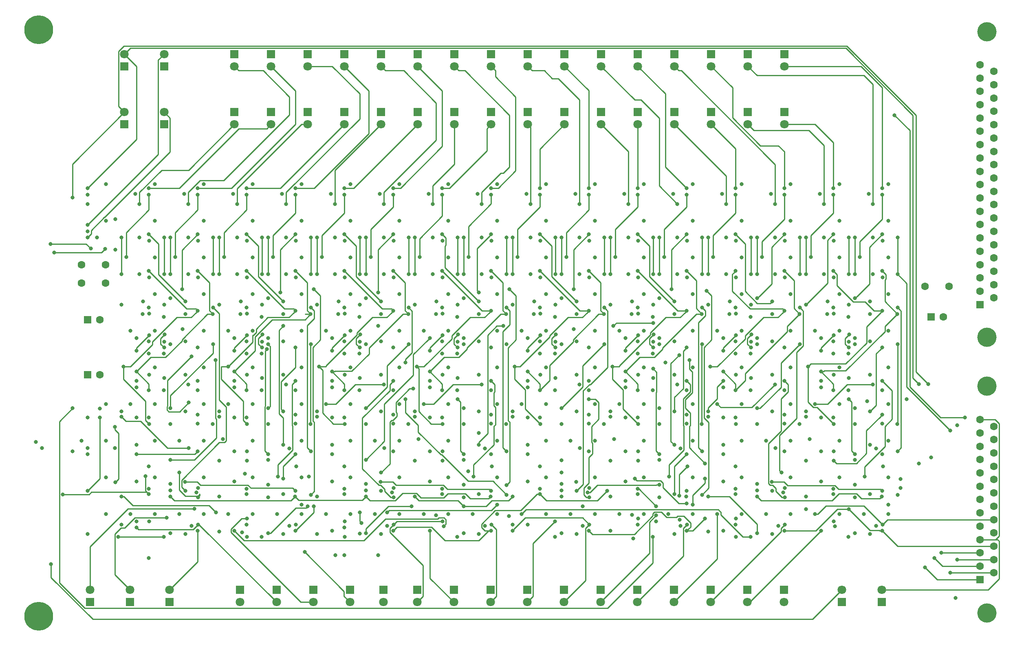
<source format=gbr>
G04 #@! TF.GenerationSoftware,KiCad,Pcbnew,5.1.5-52549c5~84~ubuntu18.04.1*
G04 #@! TF.CreationDate,2020-05-17T15:57:07-07:00*
G04 #@! TF.ProjectId,alu,616c752e-6b69-4636-9164-5f7063625858,rev?*
G04 #@! TF.SameCoordinates,Original*
G04 #@! TF.FileFunction,Copper,L3,Inr*
G04 #@! TF.FilePolarity,Positive*
%FSLAX46Y46*%
G04 Gerber Fmt 4.6, Leading zero omitted, Abs format (unit mm)*
G04 Created by KiCad (PCBNEW 5.1.5-52549c5~84~ubuntu18.04.1) date 2020-05-17 15:57:07*
%MOMM*%
%LPD*%
G04 APERTURE LIST*
%ADD10C,4.000000*%
%ADD11C,1.600000*%
%ADD12R,1.600000X1.600000*%
%ADD13C,1.800000*%
%ADD14R,1.800000X1.800000*%
%ADD15C,6.000000*%
%ADD16C,0.800000*%
%ADD17C,0.250000*%
G04 APERTURE END LIST*
D10*
X247800000Y-29680000D03*
X247800000Y-93180000D03*
D11*
X249220000Y-37885000D03*
X249220000Y-40655000D03*
X249220000Y-43425000D03*
X249220000Y-46195000D03*
X249220000Y-48965000D03*
X249220000Y-51735000D03*
X249220000Y-54505000D03*
X249220000Y-57275000D03*
X249220000Y-60045000D03*
X249220000Y-62815000D03*
X249220000Y-65585000D03*
X249220000Y-68355000D03*
X249220000Y-71125000D03*
X249220000Y-73895000D03*
X249220000Y-76665000D03*
X249220000Y-79435000D03*
X249220000Y-82205000D03*
X249220000Y-84975000D03*
X246380000Y-36500000D03*
X246380000Y-39270000D03*
X246380000Y-42040000D03*
X246380000Y-44810000D03*
X246380000Y-47580000D03*
X246380000Y-50350000D03*
X246380000Y-53120000D03*
X246380000Y-55890000D03*
X246380000Y-58660000D03*
X246380000Y-61430000D03*
X246380000Y-64200000D03*
X246380000Y-66970000D03*
X246380000Y-69740000D03*
X246380000Y-72510000D03*
X246380000Y-75280000D03*
X246380000Y-78050000D03*
X246380000Y-80820000D03*
X246380000Y-83590000D03*
D12*
X246380000Y-86360000D03*
D10*
X247800000Y-103340000D03*
X247800000Y-150440000D03*
D11*
X249220000Y-111655000D03*
X249220000Y-114425000D03*
X249220000Y-117195000D03*
X249220000Y-119965000D03*
X249220000Y-122735000D03*
X249220000Y-125505000D03*
X249220000Y-128275000D03*
X249220000Y-131045000D03*
X249220000Y-133815000D03*
X249220000Y-136585000D03*
X249220000Y-139355000D03*
X249220000Y-142125000D03*
X246380000Y-110270000D03*
X246380000Y-113040000D03*
X246380000Y-115810000D03*
X246380000Y-118580000D03*
X246380000Y-121350000D03*
X246380000Y-124120000D03*
X246380000Y-126890000D03*
X246380000Y-129660000D03*
X246380000Y-132430000D03*
X246380000Y-135200000D03*
X246380000Y-137970000D03*
X246380000Y-140740000D03*
D12*
X246380000Y-143510000D03*
D11*
X239950000Y-82550000D03*
X234950000Y-82550000D03*
X238720000Y-88900000D03*
D12*
X236220000Y-88900000D03*
D13*
X225933000Y-145669000D03*
D14*
X225933000Y-148209000D03*
D13*
X217678000Y-145669000D03*
D14*
X217678000Y-148209000D03*
D13*
X92583000Y-148209000D03*
D14*
X92583000Y-145669000D03*
D13*
X100203000Y-148209000D03*
D14*
X100203000Y-145669000D03*
D13*
X107823000Y-148209000D03*
D14*
X107823000Y-145669000D03*
D13*
X115443000Y-148209000D03*
D14*
X115443000Y-145669000D03*
D13*
X122428000Y-148209000D03*
D14*
X122428000Y-145669000D03*
D13*
X129413000Y-148209000D03*
D14*
X129413000Y-145669000D03*
D13*
X137033000Y-148209000D03*
D14*
X137033000Y-145669000D03*
D13*
X144653000Y-148209000D03*
D14*
X144653000Y-145669000D03*
D13*
X152273000Y-148209000D03*
D14*
X152273000Y-145669000D03*
D13*
X159893000Y-148209000D03*
D14*
X159893000Y-145669000D03*
D13*
X167513000Y-148209000D03*
D14*
X167513000Y-145669000D03*
D13*
X175133000Y-148209000D03*
D14*
X175133000Y-145669000D03*
D13*
X182753000Y-148209000D03*
D14*
X182753000Y-145669000D03*
D13*
X190373000Y-148209000D03*
D14*
X190373000Y-145669000D03*
D13*
X197993000Y-148209000D03*
D14*
X197993000Y-145669000D03*
D13*
X205613000Y-148209000D03*
D14*
X205613000Y-145669000D03*
D13*
X77978000Y-145669000D03*
D14*
X77978000Y-148209000D03*
D13*
X69723000Y-145669000D03*
D14*
X69723000Y-148209000D03*
D13*
X61468000Y-145669000D03*
D14*
X61468000Y-148209000D03*
D13*
X76835000Y-46355000D03*
D14*
X76835000Y-48895000D03*
D13*
X68580000Y-46355000D03*
D14*
X68580000Y-48895000D03*
D13*
X91440000Y-48895000D03*
D14*
X91440000Y-46355000D03*
D13*
X99060000Y-48895000D03*
D14*
X99060000Y-46355000D03*
D13*
X106680000Y-48895000D03*
D14*
X106680000Y-46355000D03*
D13*
X114300000Y-48895000D03*
D14*
X114300000Y-46355000D03*
D13*
X121920000Y-48895000D03*
D14*
X121920000Y-46355000D03*
D13*
X129540000Y-48895000D03*
D14*
X129540000Y-46355000D03*
D13*
X137160000Y-48895000D03*
D14*
X137160000Y-46355000D03*
D13*
X144780000Y-48895000D03*
D14*
X144780000Y-46355000D03*
D13*
X152400000Y-48895000D03*
D14*
X152400000Y-46355000D03*
D13*
X160020000Y-48895000D03*
D14*
X160020000Y-46355000D03*
D13*
X167640000Y-48895000D03*
D14*
X167640000Y-46355000D03*
D13*
X175260000Y-48895000D03*
D14*
X175260000Y-46355000D03*
D13*
X182880000Y-48895000D03*
D14*
X182880000Y-46355000D03*
D13*
X190500000Y-48895000D03*
D14*
X190500000Y-46355000D03*
D13*
X198120000Y-48895000D03*
D14*
X198120000Y-46355000D03*
D13*
X205740000Y-48895000D03*
D14*
X205740000Y-46355000D03*
D13*
X76835000Y-34290000D03*
D14*
X76835000Y-36830000D03*
D13*
X68580000Y-34290000D03*
D14*
X68580000Y-36830000D03*
D13*
X91440000Y-36830000D03*
D14*
X91440000Y-34290000D03*
D13*
X99060000Y-36830000D03*
D14*
X99060000Y-34290000D03*
D13*
X106680000Y-36830000D03*
D14*
X106680000Y-34290000D03*
D13*
X114300000Y-36830000D03*
D14*
X114300000Y-34290000D03*
D13*
X121920000Y-36830000D03*
D14*
X121920000Y-34290000D03*
D13*
X129540000Y-36830000D03*
D14*
X129540000Y-34290000D03*
D13*
X137160000Y-36830000D03*
D14*
X137160000Y-34290000D03*
D13*
X144780000Y-36830000D03*
D14*
X144780000Y-34290000D03*
D13*
X152400000Y-36830000D03*
D14*
X152400000Y-34290000D03*
D13*
X160020000Y-36830000D03*
D14*
X160020000Y-34290000D03*
D13*
X167640000Y-36830000D03*
D14*
X167640000Y-34290000D03*
D13*
X175260000Y-36830000D03*
D14*
X175260000Y-34290000D03*
D13*
X182880000Y-36830000D03*
D14*
X182880000Y-34290000D03*
D13*
X190500000Y-36830000D03*
D14*
X190500000Y-34290000D03*
D13*
X198120000Y-36830000D03*
D14*
X198120000Y-34290000D03*
D13*
X205740000Y-36830000D03*
D14*
X205740000Y-34290000D03*
D11*
X64690000Y-81915000D03*
X59690000Y-81915000D03*
X64690000Y-78105000D03*
X59690000Y-78105000D03*
X63460000Y-89535000D03*
D12*
X60960000Y-89535000D03*
D11*
X63460000Y-100965000D03*
D12*
X60960000Y-100965000D03*
D15*
X50800000Y-29210000D03*
X50800000Y-151130000D03*
D16*
X213330000Y-93315000D03*
X215900000Y-96520000D03*
X64770000Y-114640000D03*
X64770000Y-107020000D03*
X64770000Y-122260000D03*
X64770000Y-129880000D03*
X74930000Y-129880000D03*
X85090000Y-129880000D03*
X95250000Y-129880000D03*
X105410000Y-129880000D03*
X105410000Y-122260000D03*
X95250000Y-122260000D03*
X85090000Y-122260000D03*
X74930000Y-122260000D03*
X74930000Y-114640000D03*
X85090000Y-114640000D03*
X95250000Y-114640000D03*
X105410000Y-114640000D03*
X74930000Y-107020000D03*
X85090000Y-107020000D03*
X95250000Y-107020000D03*
X105410000Y-107020000D03*
X105410000Y-99400000D03*
X95250000Y-99400000D03*
X85090000Y-99400000D03*
X74930000Y-99400000D03*
X105410000Y-91780000D03*
X95250000Y-91780000D03*
X85090000Y-91780000D03*
X74930000Y-91780000D03*
X74930000Y-84160000D03*
X85090000Y-84160000D03*
X95250000Y-84160000D03*
X105410000Y-84160000D03*
X105410000Y-76540000D03*
X95250000Y-76540000D03*
X85090000Y-76540000D03*
X74930000Y-76540000D03*
X105410000Y-68920000D03*
X95250000Y-68920000D03*
X85090000Y-68920000D03*
X74930000Y-68920000D03*
X64770000Y-68920000D03*
X105410000Y-61300000D03*
X95250000Y-61300000D03*
X85090000Y-61300000D03*
X74930000Y-61300000D03*
X64770000Y-61300000D03*
X115570000Y-129880000D03*
X125730000Y-129880000D03*
X135890000Y-129880000D03*
X146050000Y-129880000D03*
X146050000Y-122260000D03*
X135890000Y-122260000D03*
X125730000Y-122260000D03*
X115570000Y-122260000D03*
X115570000Y-114640000D03*
X125730000Y-114640000D03*
X135890000Y-114640000D03*
X146050000Y-114640000D03*
X146050000Y-107020000D03*
X135890000Y-107020000D03*
X125730000Y-107020000D03*
X115570000Y-107020000D03*
X115570000Y-99400000D03*
X125730000Y-99400000D03*
X135890000Y-99400000D03*
X146050000Y-99400000D03*
X146050000Y-91780000D03*
X135890000Y-91780000D03*
X125730000Y-91780000D03*
X115570000Y-91780000D03*
X115570000Y-84160000D03*
X125730000Y-84160000D03*
X135890000Y-84160000D03*
X146050000Y-84160000D03*
X115570000Y-76540000D03*
X125730000Y-76540000D03*
X135890000Y-76540000D03*
X146050000Y-76540000D03*
X146050000Y-68920000D03*
X135890000Y-68920000D03*
X125730000Y-68920000D03*
X115570000Y-68920000D03*
X115570000Y-61300000D03*
X125730000Y-61300000D03*
X135890000Y-61300000D03*
X146050000Y-61300000D03*
X186690000Y-129880000D03*
X176530000Y-129880000D03*
X166370000Y-129880000D03*
X156210000Y-129880000D03*
X186690000Y-122260000D03*
X176530000Y-122260000D03*
X166370000Y-122260000D03*
X156210000Y-122260000D03*
X186690000Y-114640000D03*
X176530000Y-114640000D03*
X166370000Y-114640000D03*
X156210000Y-114640000D03*
X186690000Y-107020000D03*
X176530000Y-107020000D03*
X166370000Y-107020000D03*
X156210000Y-107020000D03*
X186690000Y-99400000D03*
X176530000Y-99400000D03*
X166370000Y-99400000D03*
X156210000Y-99400000D03*
X156210000Y-91780000D03*
X166370000Y-91780000D03*
X176530000Y-91780000D03*
X186690000Y-91780000D03*
X186690000Y-84160000D03*
X176530000Y-84160000D03*
X166370000Y-84160000D03*
X156210000Y-84160000D03*
X186690000Y-76540000D03*
X176530000Y-76540000D03*
X166370000Y-76540000D03*
X156210000Y-76540000D03*
X156210000Y-68920000D03*
X166370000Y-68920000D03*
X176530000Y-68920000D03*
X186690000Y-68920000D03*
X186690000Y-61300000D03*
X176530000Y-61300000D03*
X166370000Y-61300000D03*
X156210000Y-61300000D03*
X227330000Y-129880000D03*
X217170000Y-129880000D03*
X207010000Y-129880000D03*
X196850000Y-129880000D03*
X227330000Y-122260000D03*
X217170000Y-122260000D03*
X207010000Y-122260000D03*
X196850000Y-122260000D03*
X227330000Y-114640000D03*
X217170000Y-114640000D03*
X207010000Y-114640000D03*
X196850000Y-114640000D03*
X196850000Y-107020000D03*
X207010000Y-107020000D03*
X217170000Y-107020000D03*
X227330000Y-107020000D03*
X227330000Y-99400000D03*
X217170000Y-99400000D03*
X207010000Y-99400000D03*
X196850000Y-99400000D03*
X227330000Y-91780000D03*
X217170000Y-91780000D03*
X207010000Y-91780000D03*
X196850000Y-91780000D03*
X227330000Y-84160000D03*
X217170000Y-84160000D03*
X207010000Y-84160000D03*
X196850000Y-84160000D03*
X227330000Y-76540000D03*
X217170000Y-76540000D03*
X207010000Y-76540000D03*
X196850000Y-76540000D03*
X207010000Y-68920000D03*
X196850000Y-68920000D03*
X196850000Y-61300000D03*
X207010000Y-61300000D03*
X227330000Y-68920000D03*
X217170000Y-68920000D03*
X217170000Y-61300000D03*
X227330000Y-61300000D03*
X226090000Y-73055000D03*
X224100000Y-72390000D03*
X226090000Y-80675000D03*
X224100000Y-80010000D03*
X205770000Y-73055000D03*
X203780000Y-72390000D03*
X205770000Y-80675000D03*
X203780000Y-80010000D03*
X185450000Y-73055000D03*
X183460000Y-72390000D03*
X185450000Y-80675000D03*
X183460000Y-80010000D03*
X165130000Y-73055000D03*
X163140000Y-72390000D03*
X165130000Y-80675000D03*
X163140000Y-80010000D03*
X144810000Y-73055000D03*
X142820000Y-72390000D03*
X144810000Y-80675000D03*
X142820000Y-80010000D03*
X124490000Y-73055000D03*
X122500000Y-72390000D03*
X124490000Y-80675000D03*
X122500000Y-80010000D03*
X104170000Y-73055000D03*
X102180000Y-72390000D03*
X104170000Y-80675000D03*
X102180000Y-80010000D03*
X83850000Y-73055000D03*
X81860000Y-72390000D03*
X83850000Y-80675000D03*
X81860000Y-80010000D03*
X215930000Y-73055000D03*
X213940000Y-72390000D03*
X215930000Y-80675000D03*
X213940000Y-80010000D03*
X195610000Y-73055000D03*
X193620000Y-72390000D03*
X195610000Y-80675000D03*
X193620000Y-80010000D03*
X175290000Y-73055000D03*
X173300000Y-72390000D03*
X175290000Y-80675000D03*
X173300000Y-80010000D03*
X154970000Y-73055000D03*
X152980000Y-72390000D03*
X154970000Y-80675000D03*
X152980000Y-80010000D03*
X134650000Y-73055000D03*
X132660000Y-72390000D03*
X134650000Y-80675000D03*
X132660000Y-80010000D03*
X114330000Y-73055000D03*
X112340000Y-72390000D03*
X114330000Y-80675000D03*
X112340000Y-80010000D03*
X94010000Y-73055000D03*
X92020000Y-72390000D03*
X94010000Y-80675000D03*
X92020000Y-80010000D03*
X73690000Y-73055000D03*
X71700000Y-72390000D03*
X73690000Y-80675000D03*
X71700000Y-80010000D03*
X83890000Y-132080000D03*
X71120000Y-132715000D03*
X71120000Y-132715000D03*
X94080000Y-134620000D03*
X104210000Y-132080000D03*
X106045000Y-137795000D03*
X134650000Y-131415000D03*
X124530000Y-132080000D03*
X130810000Y-129880000D03*
X144850000Y-132080000D03*
X133350000Y-130175000D03*
X165170000Y-132080000D03*
X149210000Y-133365000D03*
X185490000Y-132080000D03*
X195680000Y-134620000D03*
X205810000Y-132080000D03*
X215930000Y-131415000D03*
X226130000Y-132080000D03*
X212090000Y-129880000D03*
X60930000Y-134015000D03*
X53340000Y-140335000D03*
X83835000Y-133365000D03*
X104155000Y-133365000D03*
X124475000Y-133365000D03*
X144795000Y-133365000D03*
X165115000Y-133365000D03*
X185435000Y-133365000D03*
X205755000Y-133365000D03*
X195565000Y-125745000D03*
X73645000Y-125745000D03*
X114285000Y-125745000D03*
X134605000Y-125745000D03*
X154925000Y-125745000D03*
X175245000Y-125745000D03*
X215885000Y-125745000D03*
X168910000Y-125095000D03*
X72934999Y-122010001D03*
X93594999Y-121534999D03*
X226075000Y-133365000D03*
X219075000Y-128905000D03*
X189230000Y-130810000D03*
X185420000Y-127733002D03*
X174625000Y-122555000D03*
X107950000Y-128270000D03*
X93965000Y-125745000D03*
X55789999Y-125820001D03*
X66675000Y-68580000D03*
X76820000Y-80025000D03*
X76820000Y-72405000D03*
X97140000Y-80025000D03*
X97140000Y-72405000D03*
X117460000Y-80025000D03*
X117460000Y-72405000D03*
X137780000Y-80025000D03*
X137780000Y-72405000D03*
X158100000Y-80025000D03*
X158100000Y-72405000D03*
X178420000Y-80025000D03*
X178420000Y-72405000D03*
X198740000Y-80025000D03*
X198740000Y-72405000D03*
X219060000Y-72405000D03*
X219060000Y-80025000D03*
X60945000Y-72405000D03*
X241645000Y-139355000D03*
X241645000Y-111415000D03*
X86980000Y-80025000D03*
X86980000Y-72405000D03*
X107300000Y-80025000D03*
X107300000Y-72405000D03*
X127620000Y-72405000D03*
X127620000Y-80025000D03*
X147940000Y-72405000D03*
X147940000Y-80025000D03*
X168260000Y-80025000D03*
X168260000Y-72405000D03*
X188580000Y-72405000D03*
X188580000Y-80025000D03*
X208900000Y-72405000D03*
X208900000Y-80025000D03*
X229220000Y-80025000D03*
X229220000Y-72405000D03*
X60915000Y-69805000D03*
X240145000Y-142125000D03*
X240145000Y-112510000D03*
X73660000Y-124686998D03*
X73690000Y-131415000D03*
X73660000Y-139065000D03*
X94080000Y-130810000D03*
X93980000Y-124686998D03*
X90170000Y-129880000D03*
X114300000Y-124686998D03*
X117475000Y-129540000D03*
X117792500Y-131762500D03*
X121285000Y-138430000D03*
X132065000Y-133365000D03*
X134620000Y-124686998D03*
X154940000Y-124686998D03*
X158085000Y-131415000D03*
X175260000Y-124686998D03*
X195680000Y-130810000D03*
X179070000Y-128270000D03*
X179070000Y-130175000D03*
X195580000Y-124686998D03*
X191770000Y-129880000D03*
X215900000Y-124686998D03*
X213345000Y-133365000D03*
X83502500Y-125412500D03*
X124142500Y-125412500D03*
X164782500Y-125412500D03*
X98455000Y-123795000D03*
X139095000Y-123795000D03*
X179735000Y-123795000D03*
X98425000Y-118645000D03*
X139065000Y-118645000D03*
X179705000Y-118645000D03*
X220345000Y-118645000D03*
X220375000Y-123795000D03*
X205422500Y-125412500D03*
X163830000Y-128270000D03*
X83102501Y-128822501D03*
X229870000Y-122640000D03*
X238300000Y-137970000D03*
X53249999Y-73750001D03*
X61595000Y-74733002D03*
X57785000Y-64135000D03*
X235585000Y-102870000D03*
X236220000Y-118110000D03*
X236855000Y-139065000D03*
X60915000Y-62185000D03*
X233680000Y-102870000D03*
X233680000Y-119380000D03*
X234950000Y-140970000D03*
X224125000Y-65435000D03*
X203805000Y-65435000D03*
X183485000Y-65435000D03*
X163165000Y-65435000D03*
X142845000Y-65435000D03*
X122525000Y-65435000D03*
X102205000Y-65435000D03*
X81885000Y-65435000D03*
X213965000Y-65435000D03*
X193645000Y-65435000D03*
X173325000Y-65435000D03*
X153005000Y-65435000D03*
X132685000Y-65435000D03*
X112365000Y-65435000D03*
X92045000Y-65435000D03*
X71725000Y-65435000D03*
X226015000Y-62185000D03*
X205695000Y-62185000D03*
X185375000Y-62185000D03*
X165055000Y-62185000D03*
X144735000Y-62185000D03*
X124415000Y-62185000D03*
X104095000Y-62185000D03*
X83775000Y-62185000D03*
X215855000Y-62185000D03*
X195535000Y-62185000D03*
X175215000Y-62185000D03*
X154895000Y-62185000D03*
X134575000Y-62185000D03*
X114255000Y-62185000D03*
X93935000Y-62185000D03*
X73615000Y-62185000D03*
X78105000Y-133885000D03*
X98425000Y-133885000D03*
X118745000Y-133885000D03*
X139065000Y-133885000D03*
X159385000Y-133885000D03*
X200025000Y-133885000D03*
X210185000Y-126265000D03*
X189865000Y-126265000D03*
X169545000Y-126265000D03*
X149225000Y-126265000D03*
X128905000Y-126265000D03*
X108585000Y-126265000D03*
X88265000Y-126265000D03*
X67945000Y-126265000D03*
X128270000Y-128270000D03*
X87630000Y-129540000D03*
X220345000Y-133885000D03*
X210185000Y-128905000D03*
X179070000Y-131445000D03*
X174080001Y-130084999D03*
X183914999Y-131045001D03*
X148484999Y-130280001D03*
X139065000Y-128270000D03*
X106680000Y-128270000D03*
X66675000Y-74930000D03*
X78105000Y-126265000D03*
X118745000Y-126265000D03*
X159385000Y-126265000D03*
X104041501Y-126266501D03*
X144681501Y-126266501D03*
X185321501Y-126266501D03*
X102824999Y-116250001D03*
X143464999Y-116250001D03*
X184104999Y-116250001D03*
X224744999Y-116250001D03*
X225961501Y-126266501D03*
X200025000Y-126265000D03*
X77349999Y-130689999D03*
X53975000Y-75565000D03*
X64600000Y-74760000D03*
X67960000Y-80025000D03*
X67960000Y-72405000D03*
X88280000Y-80025000D03*
X88280000Y-72405000D03*
X108600000Y-80025000D03*
X108600000Y-72405000D03*
X128920000Y-80025000D03*
X128920000Y-72405000D03*
X149240000Y-80025000D03*
X149240000Y-72405000D03*
X169560000Y-80025000D03*
X169560000Y-72405000D03*
X189880000Y-80025000D03*
X189880000Y-72405000D03*
X210200000Y-72405000D03*
X210200000Y-80025000D03*
X62865000Y-72390000D03*
X78120000Y-80025000D03*
X78120000Y-72405000D03*
X98440000Y-80025000D03*
X98440000Y-72405000D03*
X118760000Y-80025000D03*
X118760000Y-72405000D03*
X139080000Y-80025000D03*
X139080000Y-72405000D03*
X159400000Y-80025000D03*
X159400000Y-72405000D03*
X179720000Y-80025000D03*
X179720000Y-72405000D03*
X200040000Y-80025000D03*
X200040000Y-72405000D03*
X220360000Y-80025000D03*
X220360000Y-72405000D03*
X60945000Y-71105000D03*
X70801001Y-63310999D03*
X91121001Y-63310999D03*
X111441001Y-63310999D03*
X131761001Y-63310999D03*
X152081001Y-63310999D03*
X172401001Y-63310999D03*
X192721001Y-63310999D03*
X213041001Y-63310999D03*
X60930000Y-65435000D03*
X80961001Y-63310999D03*
X101281001Y-63310999D03*
X121601001Y-63310999D03*
X141921001Y-63310999D03*
X162241001Y-63310999D03*
X182561001Y-63310999D03*
X202881001Y-63310999D03*
X223201001Y-63310999D03*
X60945000Y-63485000D03*
X226060000Y-63500000D03*
X221352500Y-76462500D03*
X201032500Y-76462500D03*
X205740000Y-63500000D03*
X180712500Y-76462500D03*
X185420000Y-63500000D03*
X160392500Y-76462500D03*
X165100000Y-63500000D03*
X140072500Y-76462500D03*
X144780000Y-63500000D03*
X119752500Y-76462500D03*
X124460000Y-63500000D03*
X99432500Y-76462500D03*
X104140000Y-63500000D03*
X79112500Y-76462500D03*
X83820000Y-63500000D03*
X211192500Y-76462500D03*
X215900000Y-63500000D03*
X190872500Y-76462500D03*
X195580000Y-63500000D03*
X170552500Y-76462500D03*
X175260000Y-63500000D03*
X150232500Y-76462500D03*
X154940000Y-63500000D03*
X129912500Y-76462500D03*
X134620000Y-63500000D03*
X109592500Y-76462500D03*
X114300000Y-63500000D03*
X89272500Y-76462500D03*
X93980000Y-63500000D03*
X73660000Y-63500000D03*
X68952500Y-76462500D03*
X226060000Y-71755000D03*
X220390000Y-85045000D03*
X220345000Y-94615000D03*
X220390000Y-107905000D03*
X226060000Y-79375000D03*
X229205000Y-88295000D03*
X213315000Y-100285000D03*
X215900000Y-104140000D03*
X213360000Y-109855000D03*
X200025000Y-94615000D03*
X200070000Y-85045000D03*
X205740000Y-71755000D03*
X193040000Y-109855000D03*
X195580000Y-104140000D03*
X192995000Y-100285000D03*
X208885000Y-88295000D03*
X205740000Y-79375000D03*
X179750000Y-107905000D03*
X179705000Y-94615000D03*
X179750000Y-85045000D03*
X185420000Y-71755000D03*
X182245000Y-83185000D03*
X172720000Y-109855000D03*
X175260000Y-104140000D03*
X172675000Y-100285000D03*
X188565000Y-88295000D03*
X185420000Y-79375000D03*
X159385000Y-94615000D03*
X159430000Y-85045000D03*
X165100000Y-71755000D03*
X161925000Y-83185000D03*
X152400000Y-109855000D03*
X154940000Y-104140000D03*
X152355000Y-100285000D03*
X168245000Y-88295000D03*
X165100000Y-79375000D03*
X139110000Y-107905000D03*
X139065000Y-94615000D03*
X139110000Y-85045000D03*
X144780000Y-71755000D03*
X142240000Y-83820000D03*
X132080000Y-109855000D03*
X134620000Y-104140000D03*
X132035000Y-100285000D03*
X147925000Y-88295000D03*
X144780000Y-79375000D03*
X118745000Y-94615000D03*
X118790000Y-85045000D03*
X124460000Y-71755000D03*
X121285000Y-83820000D03*
X111760000Y-109855000D03*
X114300000Y-104140000D03*
X111715000Y-100285000D03*
X127605000Y-88295000D03*
X124460000Y-79375000D03*
X98470000Y-107905000D03*
X98425000Y-94615000D03*
X98470000Y-85045000D03*
X104140000Y-71755000D03*
X100965000Y-83820000D03*
X91440000Y-109855000D03*
X93980000Y-104140000D03*
X91395000Y-100285000D03*
X107285000Y-88295000D03*
X104140000Y-79375000D03*
X78105000Y-94615000D03*
X78150000Y-85045000D03*
X83820000Y-71755000D03*
X80575685Y-83185000D03*
X71120000Y-109855000D03*
X73660000Y-104140000D03*
X71075000Y-100285000D03*
X86965000Y-88295000D03*
X83820000Y-79375000D03*
X215900000Y-71755000D03*
X223490000Y-85695000D03*
X210185000Y-86360000D03*
X226075000Y-95265000D03*
X223490000Y-108555000D03*
X215900000Y-79375000D03*
X226075000Y-87645000D03*
X210629999Y-99250001D03*
X215930000Y-111155000D03*
X205755000Y-95265000D03*
X189865000Y-86360000D03*
X203170000Y-85695000D03*
X195580000Y-71755000D03*
X195610000Y-111155000D03*
X190309999Y-99250001D03*
X205755000Y-87645000D03*
X195580000Y-79375000D03*
X182850000Y-108555000D03*
X185435000Y-95265000D03*
X169545000Y-86360000D03*
X182850000Y-85695000D03*
X175260000Y-71755000D03*
X175290000Y-111155000D03*
X169989999Y-99250001D03*
X185435000Y-87645000D03*
X175260000Y-79375000D03*
X165115000Y-95265000D03*
X149225000Y-86360000D03*
X162530000Y-85695000D03*
X154940000Y-71755000D03*
X154970000Y-111155000D03*
X149669999Y-99250001D03*
X165115000Y-87645000D03*
X154940000Y-79375000D03*
X142210000Y-108555000D03*
X144795000Y-95265000D03*
X128905000Y-86360000D03*
X142210000Y-85695000D03*
X134620000Y-71755000D03*
X134650000Y-111155000D03*
X129349999Y-99250001D03*
X144795000Y-87645000D03*
X134620000Y-79375000D03*
X124475000Y-95265000D03*
X108585000Y-86360000D03*
X121890000Y-85695000D03*
X114300000Y-71755000D03*
X114330000Y-111155000D03*
X109029999Y-99250001D03*
X124475000Y-87645000D03*
X114300000Y-79375000D03*
X101570000Y-108555000D03*
X104155000Y-95265000D03*
X88265000Y-86360000D03*
X101570000Y-85695000D03*
X93980000Y-71755000D03*
X94010000Y-111155000D03*
X104155000Y-87645000D03*
X93980000Y-79375000D03*
X90176997Y-99250001D03*
X83835000Y-95265000D03*
X67945000Y-86360000D03*
X81250000Y-85695000D03*
X73660000Y-71755000D03*
X73690000Y-111155000D03*
X68389999Y-99250001D03*
X83835000Y-87645000D03*
X73660000Y-79375000D03*
X229235000Y-86995000D03*
X229220000Y-116825000D03*
X223490000Y-88295000D03*
X223475000Y-115525000D03*
X208915000Y-86995000D03*
X203200000Y-125095000D03*
X205105000Y-121285000D03*
X203170000Y-88295000D03*
X229235000Y-125875000D03*
X188580000Y-116825000D03*
X188595000Y-86995000D03*
X182835000Y-115525000D03*
X182850000Y-88295000D03*
X183832500Y-96837500D03*
X162560000Y-125095000D03*
X168275000Y-86995000D03*
X188595000Y-125875000D03*
X162530000Y-88295000D03*
X189547500Y-83502500D03*
X147940000Y-116825000D03*
X147955000Y-86995000D03*
X142195000Y-115525000D03*
X142210000Y-88295000D03*
X147320000Y-90805000D03*
X121920000Y-125095000D03*
X127635000Y-86995000D03*
X127000000Y-98425000D03*
X128587500Y-103822500D03*
X121920000Y-121285000D03*
X147955000Y-125875000D03*
X121890000Y-88295000D03*
X127000000Y-106045000D03*
X107300000Y-116825000D03*
X107315000Y-86995000D03*
X101555000Y-115525000D03*
X101570000Y-88295000D03*
X101600000Y-90805000D03*
X81280000Y-125095000D03*
X86995000Y-86995000D03*
X107315000Y-125875000D03*
X81250000Y-88295000D03*
X107950000Y-83185000D03*
X226060000Y-117475000D03*
X223505000Y-125745000D03*
X226175000Y-120015000D03*
X222250000Y-129880000D03*
X219075000Y-94095000D03*
X220345000Y-117475000D03*
X219075000Y-106045000D03*
X198755000Y-94095000D03*
X222885000Y-106483002D03*
X231140000Y-106045000D03*
X229855000Y-124445000D03*
X226060000Y-125095000D03*
X203100000Y-123190000D03*
X227330000Y-127930000D03*
X200025000Y-123665000D03*
X220375000Y-126395000D03*
X213315000Y-123145000D03*
X226060000Y-102235000D03*
X222420000Y-122090000D03*
X192995000Y-123145000D03*
X205810000Y-124460000D03*
X205740000Y-102235000D03*
X205770000Y-126395000D03*
X201930000Y-129880000D03*
X200025000Y-124965000D03*
X182865000Y-125745000D03*
X185420000Y-117475000D03*
X181610000Y-129880000D03*
X185535000Y-120015000D03*
X183832500Y-126047500D03*
X179705000Y-117475000D03*
X178435000Y-94095000D03*
X178435000Y-99695000D03*
X158115000Y-94095000D03*
X189230000Y-119380000D03*
X185964999Y-97880001D03*
X178435000Y-90170000D03*
X170180000Y-90805000D03*
X162460000Y-123190000D03*
X185420000Y-125095000D03*
X159385000Y-123665000D03*
X186690000Y-127930000D03*
X159385000Y-121285000D03*
X189230000Y-122555000D03*
X172675000Y-123145000D03*
X179735000Y-126395000D03*
X181780000Y-122090000D03*
X185420000Y-102235000D03*
X165170000Y-124460000D03*
X152355000Y-123145000D03*
X165130000Y-126395000D03*
X165100000Y-102235000D03*
X165100000Y-106045000D03*
X161290000Y-129880000D03*
X159385000Y-124965000D03*
X142225000Y-125745000D03*
X144780000Y-117475000D03*
X140970000Y-129880000D03*
X144895000Y-120015000D03*
X140017500Y-120967500D03*
X139065000Y-117475000D03*
X137795000Y-94095000D03*
X137795000Y-106045000D03*
X117475000Y-94095000D03*
X147955000Y-123925000D03*
X148590000Y-83185000D03*
X121820000Y-123190000D03*
X144780000Y-125095000D03*
X118745000Y-123665000D03*
X146050000Y-127930000D03*
X123190000Y-129540000D03*
X132035000Y-123145000D03*
X139095000Y-126395000D03*
X141140000Y-122090000D03*
X144780000Y-102235000D03*
X124530000Y-124460000D03*
X111715000Y-123145000D03*
X124490000Y-126395000D03*
X124460000Y-102235000D03*
X120650000Y-129880000D03*
X118745000Y-124965000D03*
X104140000Y-117475000D03*
X101585000Y-125745000D03*
X101585000Y-122570000D03*
X100330000Y-129880000D03*
X104255000Y-120015000D03*
X98425000Y-117475000D03*
X97155000Y-94095000D03*
X98182501Y-95642501D03*
X76835000Y-94095000D03*
X106870001Y-122110001D03*
X81975001Y-106740001D03*
X82550000Y-97155000D03*
X81180000Y-123190000D03*
X104140000Y-125095000D03*
X78105000Y-123665000D03*
X105410000Y-127930000D03*
X91395000Y-123145000D03*
X98455000Y-126395000D03*
X100500000Y-122090000D03*
X104140000Y-102235000D03*
X83890000Y-124460000D03*
X71075000Y-123145000D03*
X83850000Y-126395000D03*
X83820000Y-102235000D03*
X80004990Y-121290010D03*
X80010000Y-129880000D03*
X78105000Y-124965000D03*
X224790000Y-132346998D03*
X223490000Y-134015000D03*
X203170000Y-134015000D03*
X204470000Y-132346998D03*
X182850000Y-134015000D03*
X184150000Y-132346998D03*
X162530000Y-134015000D03*
X163830000Y-132346998D03*
X142210000Y-134015000D03*
X143510000Y-132346998D03*
X121890000Y-134015000D03*
X123190000Y-132346998D03*
X101570000Y-134015000D03*
X102870000Y-132346998D03*
X81250000Y-134015000D03*
X82550000Y-132346998D03*
X216187500Y-132427500D03*
X193025000Y-133365000D03*
X219030000Y-134665000D03*
X171450000Y-129880000D03*
X174307500Y-134937500D03*
X195580000Y-132080000D03*
X152360000Y-132080000D03*
X198710000Y-134665000D03*
X151130000Y-129880000D03*
X189865000Y-133495000D03*
X169560000Y-133365000D03*
X158070000Y-134665000D03*
X110490000Y-129880000D03*
X175360000Y-130810000D03*
X149240000Y-132065000D03*
X91425000Y-133365000D03*
X134907500Y-132427500D03*
X137750000Y-134665000D03*
X117475000Y-133985000D03*
X93980000Y-132080000D03*
X71090000Y-131415000D03*
X97110000Y-134665000D03*
X69850000Y-129880000D03*
X93027500Y-133667500D03*
X88265000Y-133495000D03*
X114330000Y-131415000D03*
X76790000Y-134665000D03*
X66645000Y-116175000D03*
X67310000Y-134620000D03*
X67960000Y-132065000D03*
X60960000Y-117475000D03*
X175260000Y-132080000D03*
X111745000Y-133365000D03*
X178390000Y-134665000D03*
X57830000Y-107905000D03*
X114300000Y-132715000D03*
X60930000Y-116175000D03*
X112395000Y-138430000D03*
X51435000Y-116205000D03*
X114345000Y-134665000D03*
X59690000Y-114640000D03*
X114300000Y-138430000D03*
X50165000Y-114935000D03*
X108615000Y-134015000D03*
X60960000Y-109855000D03*
X57800000Y-116825000D03*
X63500000Y-107950000D03*
X60905000Y-125095000D03*
X63500000Y-109855000D03*
X66675000Y-123275000D03*
X66630000Y-111805000D03*
X214600000Y-88295000D03*
X214660000Y-85695000D03*
X219030000Y-88945000D03*
X219060000Y-86345000D03*
X212090000Y-91780000D03*
X215900000Y-86995000D03*
X220375000Y-93315000D03*
X215942500Y-88222500D03*
X216000000Y-92710000D03*
X213330000Y-95915000D03*
X219030000Y-96565000D03*
X215915000Y-93965000D03*
X219195001Y-92589999D03*
X219060000Y-95265000D03*
X215930000Y-100935000D03*
X213330000Y-103535000D03*
X219060000Y-101585000D03*
X219030000Y-104185000D03*
X213360000Y-102235000D03*
X210215000Y-108555000D03*
X224064999Y-102960001D03*
X212090000Y-107020000D03*
X223505000Y-93965000D03*
X223490000Y-100935000D03*
X226060000Y-104140000D03*
X194340000Y-85695000D03*
X194280000Y-88295000D03*
X198710000Y-88945000D03*
X198740000Y-86345000D03*
X191770000Y-91780000D03*
X195580000Y-86995000D03*
X195622500Y-88222500D03*
X200055000Y-93315000D03*
X195680000Y-92710000D03*
X193010000Y-95915000D03*
X198710000Y-96565000D03*
X195595000Y-93965000D03*
X198875001Y-92589999D03*
X198740000Y-95265000D03*
X193010000Y-93315000D03*
X195580000Y-96520000D03*
X210185000Y-109658002D03*
X229235000Y-94615000D03*
X229205000Y-111155000D03*
X205740000Y-111125000D03*
X226060000Y-111125000D03*
X215900000Y-109855000D03*
X200070000Y-107905000D03*
X208915000Y-94615000D03*
X205740000Y-104140000D03*
X203170000Y-100935000D03*
X203185000Y-93965000D03*
X195610000Y-100935000D03*
X193010000Y-103535000D03*
X198740000Y-101585000D03*
X198710000Y-104185000D03*
X189895000Y-108555000D03*
X193040000Y-102235000D03*
X191770000Y-107020000D03*
X203744999Y-102960001D03*
X195580000Y-109855000D03*
X203170000Y-108555000D03*
X189865000Y-109658002D03*
X203835000Y-116205000D03*
X226060000Y-109220000D03*
X215930000Y-118775000D03*
X208885000Y-111155000D03*
X220375000Y-111155000D03*
X205740000Y-109220000D03*
X210930000Y-114300000D03*
X200055000Y-111155000D03*
X213340000Y-116860000D03*
X215970000Y-116840000D03*
X201930000Y-114640000D03*
X210215000Y-118775000D03*
X192995000Y-115525000D03*
X205740000Y-116840000D03*
X193040000Y-117475000D03*
X172690000Y-93315000D03*
X175260000Y-96520000D03*
X159385000Y-118745000D03*
X195580000Y-120015000D03*
X180975000Y-98425000D03*
X174020000Y-85695000D03*
X173960000Y-88295000D03*
X178390000Y-88945000D03*
X178420000Y-86345000D03*
X171450000Y-91780000D03*
X175260000Y-86995000D03*
X175302500Y-88222500D03*
X179735000Y-93315000D03*
X175360000Y-92710000D03*
X172690000Y-95915000D03*
X178390000Y-96565000D03*
X175275000Y-93965000D03*
X178555001Y-92589999D03*
X178420000Y-95265000D03*
X175290000Y-100935000D03*
X172690000Y-103535000D03*
X178420000Y-101585000D03*
X178390000Y-104185000D03*
X169575000Y-108555000D03*
X172720000Y-102235000D03*
X171450000Y-107020000D03*
X183424999Y-102960001D03*
X185420000Y-104140000D03*
X182850000Y-100935000D03*
X182865000Y-93965000D03*
X153700000Y-85695000D03*
X153640000Y-88295000D03*
X158070000Y-88945000D03*
X158100000Y-86345000D03*
X151130000Y-91780000D03*
X154940000Y-86995000D03*
X154982500Y-88222500D03*
X161930001Y-91445001D03*
X155040000Y-92710000D03*
X152370000Y-95915000D03*
X158070000Y-96565000D03*
X154955000Y-93965000D03*
X158235001Y-92589999D03*
X158100000Y-95265000D03*
X169545000Y-109658002D03*
X152370000Y-93315000D03*
X154940000Y-96520000D03*
X188565000Y-111155000D03*
X188595000Y-94615000D03*
X175260000Y-109855000D03*
X165100000Y-111125000D03*
X185420000Y-111125000D03*
X159430000Y-107905000D03*
X168275000Y-94615000D03*
X165100000Y-104140000D03*
X162530000Y-100935000D03*
X162545000Y-93965000D03*
X154970000Y-100935000D03*
X152370000Y-103535000D03*
X158100000Y-101585000D03*
X158070000Y-104185000D03*
X149255000Y-108555000D03*
X152400000Y-102235000D03*
X151130000Y-107020000D03*
X163104999Y-102960001D03*
X154940000Y-109855000D03*
X162530000Y-108555000D03*
X163195000Y-116205000D03*
X149225000Y-109658002D03*
X175290000Y-118775000D03*
X185420000Y-109220000D03*
X168245000Y-111155000D03*
X179735000Y-111155000D03*
X170290000Y-114300000D03*
X165100000Y-109220000D03*
X159415000Y-111155000D03*
X172700000Y-116860000D03*
X161290000Y-114640000D03*
X175330000Y-116840000D03*
X152355000Y-115525000D03*
X169575000Y-118775000D03*
X152400000Y-117475000D03*
X165100000Y-116840000D03*
X154940000Y-120015000D03*
X132050000Y-93315000D03*
X134620000Y-96520000D03*
X118745000Y-118645000D03*
X133380000Y-85695000D03*
X133320000Y-88295000D03*
X137750000Y-88945000D03*
X137780000Y-86345000D03*
X130810000Y-91780000D03*
X134620000Y-86995000D03*
X134662500Y-88222500D03*
X139095000Y-93315000D03*
X134720000Y-92710000D03*
X132050000Y-95915000D03*
X137750000Y-96565000D03*
X134635000Y-93965000D03*
X137915001Y-92589999D03*
X137780000Y-95265000D03*
X134650000Y-100935000D03*
X132050000Y-103535000D03*
X137780000Y-101585000D03*
X137750000Y-104185000D03*
X128935000Y-108555000D03*
X132080000Y-102235000D03*
X130810000Y-107020000D03*
X142784999Y-102960001D03*
X144780000Y-104140000D03*
X142210000Y-100935000D03*
X142225000Y-93965000D03*
X113060000Y-85695000D03*
X113000000Y-88295000D03*
X117430000Y-88945000D03*
X117460000Y-86345000D03*
X110490000Y-91780000D03*
X114300000Y-86995000D03*
X114342500Y-88222500D03*
X121290001Y-90810001D03*
X114400000Y-92710000D03*
X111730000Y-95915000D03*
X117430000Y-96565000D03*
X114315000Y-93965000D03*
X117595001Y-92589999D03*
X117460000Y-95265000D03*
X128905000Y-109658002D03*
X111730000Y-93315000D03*
X114300000Y-96520000D03*
X147925000Y-111155000D03*
X147955000Y-94615000D03*
X134620000Y-109855000D03*
X124460000Y-111125000D03*
X144780000Y-111125000D03*
X118790000Y-107905000D03*
X127635000Y-94615000D03*
X124460000Y-104140000D03*
X121890000Y-100935000D03*
X121905000Y-93965000D03*
X114330000Y-100935000D03*
X111730000Y-103535000D03*
X117460000Y-101585000D03*
X117430000Y-104185000D03*
X108615000Y-108555000D03*
X111760000Y-102235000D03*
X110490000Y-107020000D03*
X122464999Y-102960001D03*
X114300000Y-109855000D03*
X121890000Y-108555000D03*
X122555000Y-116205000D03*
X108585000Y-109658002D03*
X134650000Y-118775000D03*
X144780000Y-109220000D03*
X142240000Y-113030000D03*
X127605000Y-111155000D03*
X139095000Y-111155000D03*
X129650000Y-114300000D03*
X124460000Y-109220000D03*
X118775000Y-111155000D03*
X132060000Y-116860000D03*
X120650000Y-114640000D03*
X134690000Y-116840000D03*
X111715000Y-115525000D03*
X128935000Y-118775000D03*
X111760000Y-117475000D03*
X124460000Y-116840000D03*
X114300000Y-120015000D03*
X91410000Y-93315000D03*
X93980000Y-96520000D03*
X78105000Y-118645000D03*
X87539999Y-97880001D03*
X92740000Y-85695000D03*
X92680000Y-88295000D03*
X97110000Y-88945000D03*
X97140000Y-86345000D03*
X90170000Y-91780000D03*
X93980000Y-86995000D03*
X94022500Y-88222500D03*
X98455000Y-93315000D03*
X94080000Y-92710000D03*
X91410000Y-95915000D03*
X97110000Y-96565000D03*
X93995000Y-93965000D03*
X97275001Y-92589999D03*
X97140000Y-95265000D03*
X94010000Y-100935000D03*
X91410000Y-103535000D03*
X97140000Y-101585000D03*
X97110000Y-104185000D03*
X88295000Y-108555000D03*
X91440000Y-102235000D03*
X90170000Y-107020000D03*
X102144999Y-102960001D03*
X104140000Y-104140000D03*
X101570000Y-100935000D03*
X101585000Y-93965000D03*
X72420000Y-85695000D03*
X72360000Y-88295000D03*
X76790000Y-88945000D03*
X76820000Y-86345000D03*
X69850000Y-91780000D03*
X73660000Y-86995000D03*
X73702500Y-88222500D03*
X80650001Y-91445001D03*
X73760000Y-92710000D03*
X71090000Y-95915000D03*
X76790000Y-96565000D03*
X73675000Y-93965000D03*
X76955001Y-92589999D03*
X76820000Y-95265000D03*
X88265000Y-109658002D03*
X71090000Y-93315000D03*
X73660000Y-96520000D03*
X107285000Y-111155000D03*
X107315000Y-94615000D03*
X93980000Y-109855000D03*
X83820000Y-111125000D03*
X104140000Y-111125000D03*
X78150000Y-107905000D03*
X86995000Y-94615000D03*
X83820000Y-104140000D03*
X81250000Y-100935000D03*
X81265000Y-93965000D03*
X73690000Y-100935000D03*
X71090000Y-103535000D03*
X76820000Y-101585000D03*
X76790000Y-104185000D03*
X67975000Y-108555000D03*
X71120000Y-102235000D03*
X69850000Y-107020000D03*
X81824999Y-102960001D03*
X73660000Y-109855000D03*
X81250000Y-108555000D03*
X81915000Y-116205000D03*
X67945000Y-109658002D03*
X94010000Y-118775000D03*
X104140000Y-109220000D03*
X86965000Y-111155000D03*
X98455000Y-111155000D03*
X89010000Y-114300000D03*
X83820000Y-109220000D03*
X78135000Y-111155000D03*
X91420000Y-116860000D03*
X80010000Y-114640000D03*
X94050000Y-116840000D03*
X71075000Y-115525000D03*
X88295000Y-118775000D03*
X71120000Y-117475000D03*
X83820000Y-116840000D03*
X73660000Y-120015000D03*
X243205000Y-109855000D03*
X228600000Y-46990000D03*
X241300000Y-147320000D03*
D17*
X84074000Y-132080000D02*
X83890000Y-132080000D01*
X100203000Y-148209000D02*
X84074000Y-132080000D01*
X71519999Y-133114999D02*
X71120000Y-132715000D01*
X82855001Y-133114999D02*
X71519999Y-133114999D01*
X83890000Y-132080000D02*
X82855001Y-133114999D01*
X114217999Y-146983999D02*
X114217999Y-145967999D01*
X115443000Y-148209000D02*
X114217999Y-146983999D01*
X114217999Y-145967999D02*
X106045000Y-137795000D01*
X106045000Y-137795000D02*
X106045000Y-137795000D01*
X125195000Y-131415000D02*
X124530000Y-132080000D01*
X134650000Y-131415000D02*
X125195000Y-131415000D01*
X130638001Y-140601003D02*
X130638001Y-146983999D01*
X130312999Y-147309001D02*
X129413000Y-148209000D01*
X130638001Y-146983999D02*
X130312999Y-147309001D01*
X123749999Y-133713001D02*
X130638001Y-140601003D01*
X123749999Y-132860001D02*
X123749999Y-133713001D01*
X124530000Y-132080000D02*
X123749999Y-132860001D01*
X145249999Y-132479999D02*
X144850000Y-132080000D01*
X145878001Y-133108001D02*
X145249999Y-132479999D01*
X145878001Y-146983999D02*
X145878001Y-133108001D01*
X144653000Y-148209000D02*
X145878001Y-146983999D01*
X160792999Y-147309001D02*
X159893000Y-148209000D01*
X164389999Y-143712001D02*
X160792999Y-147309001D01*
X164389999Y-132860001D02*
X164389999Y-143712001D01*
X165170000Y-132080000D02*
X164389999Y-132860001D01*
X149609999Y-132965001D02*
X149210000Y-133365000D01*
X151885001Y-130689999D02*
X149609999Y-132965001D01*
X163779999Y-130689999D02*
X151885001Y-130689999D01*
X165170000Y-132080000D02*
X163779999Y-130689999D01*
X184709999Y-138632001D02*
X176032999Y-147309001D01*
X176032999Y-147309001D02*
X175133000Y-148209000D01*
X184709999Y-132860001D02*
X184709999Y-138632001D01*
X185490000Y-132080000D02*
X184709999Y-132860001D01*
X205029999Y-132860001D02*
X205029999Y-133552001D01*
X191272999Y-147309001D02*
X190373000Y-148209000D01*
X205029999Y-133552001D02*
X191272999Y-147309001D01*
X205810000Y-132080000D02*
X205029999Y-132860001D01*
X225730001Y-131680001D02*
X226130000Y-132080000D01*
X222229999Y-128179999D02*
X225730001Y-131680001D01*
X212655685Y-129880000D02*
X214355686Y-128179999D01*
X214355686Y-128179999D02*
X222229999Y-128179999D01*
X212090000Y-129880000D02*
X212655685Y-129880000D01*
X227165000Y-131045000D02*
X249220000Y-131045000D01*
X226130000Y-132080000D02*
X227165000Y-131045000D01*
X217678000Y-145669000D02*
X211582000Y-151765000D01*
X62002588Y-151765000D02*
X53340000Y-143102412D01*
X211582000Y-151765000D02*
X62002588Y-151765000D01*
X53340000Y-143102412D02*
X53340000Y-140335000D01*
X155324999Y-126144999D02*
X154925000Y-125745000D01*
X156300001Y-127120001D02*
X155324999Y-126144999D01*
X166884999Y-127120001D02*
X156300001Y-127120001D01*
X168910000Y-125095000D02*
X166884999Y-127120001D01*
X72934999Y-125034999D02*
X72934999Y-122010001D01*
X73645000Y-125745000D02*
X72934999Y-125034999D01*
X72934999Y-122010001D02*
X72934999Y-122010001D01*
X225434314Y-133289999D02*
X223459999Y-133289999D01*
X226075000Y-133365000D02*
X225509315Y-133365000D01*
X225509315Y-133365000D02*
X225434314Y-133289999D01*
X223459999Y-133289999D02*
X219075000Y-128905000D01*
X219075000Y-128905000D02*
X219075000Y-128905000D01*
X218509315Y-128905000D02*
X219075000Y-128905000D01*
X216731998Y-128905000D02*
X218509315Y-128905000D01*
X212271998Y-133365000D02*
X216731998Y-128905000D01*
X205755000Y-133365000D02*
X212271998Y-133365000D01*
X186675000Y-133365000D02*
X189230000Y-130810000D01*
X185435000Y-133365000D02*
X186675000Y-133365000D01*
X179998003Y-122985001D02*
X175055001Y-122985001D01*
X180460001Y-123446999D02*
X179998003Y-122985001D01*
X180460001Y-124413003D02*
X180460001Y-123446999D01*
X185420000Y-127733002D02*
X183780000Y-127733002D01*
X183780000Y-127733002D02*
X180460001Y-124413003D01*
X175055001Y-122985001D02*
X174625000Y-122555000D01*
X174625000Y-122555000D02*
X174625000Y-122555000D01*
X186215001Y-131731999D02*
X186215001Y-132584999D01*
X183566998Y-130320000D02*
X184803002Y-130320000D01*
X183281997Y-130605001D02*
X183566998Y-130320000D01*
X181261999Y-130605001D02*
X183281997Y-130605001D01*
X185834999Y-132965001D02*
X185435000Y-133365000D01*
X180106997Y-129449999D02*
X181261999Y-130605001D01*
X178721999Y-129449999D02*
X180106997Y-129449999D01*
X186215001Y-132584999D02*
X185834999Y-132965001D01*
X184803002Y-130320000D02*
X186215001Y-131731999D01*
X178344999Y-129826999D02*
X178721999Y-129449999D01*
X178344999Y-130263591D02*
X178344999Y-129826999D01*
X174518589Y-134090001D02*
X178344999Y-130263591D01*
X165840001Y-134090001D02*
X174518589Y-134090001D01*
X165115000Y-133365000D02*
X165840001Y-134090001D01*
X154359315Y-125745000D02*
X154925000Y-125745000D01*
X150949316Y-129154999D02*
X154359315Y-125745000D01*
X142784999Y-131998997D02*
X145628997Y-129154999D01*
X145628997Y-129154999D02*
X150949316Y-129154999D01*
X142784999Y-132694999D02*
X142784999Y-131998997D01*
X143455000Y-133365000D02*
X142784999Y-132694999D01*
X144795000Y-133365000D02*
X143455000Y-133365000D01*
X124874999Y-132965001D02*
X124475000Y-133365000D01*
X125200001Y-132639999D02*
X124874999Y-132965001D01*
X132413001Y-132639999D02*
X125200001Y-132639999D01*
X135163003Y-135390001D02*
X132413001Y-132639999D01*
X142204314Y-135390001D02*
X135163003Y-135390001D01*
X144229315Y-133365000D02*
X142204314Y-135390001D01*
X144795000Y-133365000D02*
X144229315Y-133365000D01*
X104155000Y-133365000D02*
X107950000Y-129570000D01*
X107950000Y-129570000D02*
X107950000Y-128270000D01*
X229295000Y-136585000D02*
X249220000Y-136585000D01*
X226075000Y-133365000D02*
X229295000Y-136585000D01*
X83835000Y-139812000D02*
X77978000Y-145669000D01*
X83835000Y-133365000D02*
X83835000Y-139812000D01*
X61253001Y-125820001D02*
X55789999Y-125820001D01*
X61728001Y-125345001D02*
X61253001Y-125820001D01*
X73645000Y-125745000D02*
X73245001Y-125345001D01*
X73245001Y-125345001D02*
X61728001Y-125345001D01*
X219060000Y-72405000D02*
X219060000Y-80025000D01*
X198740000Y-72405000D02*
X198740000Y-80025000D01*
X178420000Y-72405000D02*
X178420000Y-80025000D01*
X158100000Y-72405000D02*
X158100000Y-80025000D01*
X137780000Y-72405000D02*
X137780000Y-80025000D01*
X117460000Y-72405000D02*
X117460000Y-80025000D01*
X97140000Y-72405000D02*
X97140000Y-80025000D01*
X76820000Y-72405000D02*
X76820000Y-80025000D01*
X249220000Y-139355000D02*
X241645000Y-139355000D01*
X241645000Y-139355000D02*
X241645000Y-139355000D01*
X78060001Y-47580001D02*
X76835000Y-46355000D01*
X61670001Y-71679999D02*
X61670001Y-70946997D01*
X61670001Y-70946997D02*
X64421999Y-68194999D01*
X60945000Y-72405000D02*
X61670001Y-71679999D01*
X64421999Y-68194999D02*
X64520001Y-68194999D01*
X78060001Y-54654999D02*
X78060001Y-47580001D01*
X64520001Y-68194999D02*
X78060001Y-54654999D01*
X229220000Y-72405000D02*
X229220000Y-80025000D01*
X208900000Y-72405000D02*
X208900000Y-80025000D01*
X188580000Y-72405000D02*
X188580000Y-80025000D01*
X168260000Y-72405000D02*
X168260000Y-80025000D01*
X147940000Y-72405000D02*
X147940000Y-80025000D01*
X127620000Y-72405000D02*
X127620000Y-80025000D01*
X107300000Y-72405000D02*
X107300000Y-80025000D01*
X86980000Y-72405000D02*
X86980000Y-80025000D01*
X61314999Y-69405001D02*
X60915000Y-69805000D01*
X75609999Y-55110001D02*
X61314999Y-69405001D01*
X75609999Y-35515001D02*
X75609999Y-55110001D01*
X76835000Y-34290000D02*
X75609999Y-35515001D01*
X249220000Y-142125000D02*
X240145000Y-142125000D01*
X240145000Y-142125000D02*
X240145000Y-142125000D01*
X240145000Y-112510000D02*
X231140000Y-103505000D01*
X231140000Y-81945000D02*
X229220000Y-80025000D01*
X231140000Y-103505000D02*
X231140000Y-81945000D01*
X225933000Y-145669000D02*
X248031000Y-145669000D01*
X247511370Y-135200000D02*
X246380000Y-135200000D01*
X250345001Y-135525001D02*
X250020000Y-135200000D01*
X250345001Y-143354999D02*
X250345001Y-135525001D01*
X250020000Y-135200000D02*
X247511370Y-135200000D01*
X248031000Y-145669000D02*
X250345001Y-143354999D01*
X247511370Y-110270000D02*
X246380000Y-110270000D01*
X249500002Y-110270000D02*
X247511370Y-110270000D01*
X250345001Y-111114999D02*
X249500002Y-110270000D01*
X250345001Y-134464999D02*
X250345001Y-111114999D01*
X249610000Y-135200000D02*
X250345001Y-134464999D01*
X246380000Y-135200000D02*
X249610000Y-135200000D01*
X93514315Y-130810000D02*
X94080000Y-130810000D01*
X92906998Y-130810000D02*
X93514315Y-130810000D01*
X90699999Y-133713001D02*
X90699999Y-133016999D01*
X90699999Y-133016999D02*
X92906998Y-130810000D01*
X105195998Y-148209000D02*
X90699999Y-133713001D01*
X107823000Y-148209000D02*
X105195998Y-148209000D01*
X117475000Y-129540000D02*
X117475000Y-131445000D01*
X117475000Y-131445000D02*
X117792500Y-131762500D01*
X132065000Y-143241000D02*
X132065000Y-133365000D01*
X137033000Y-148209000D02*
X132065000Y-143241000D01*
X153498001Y-146983999D02*
X153172999Y-147309001D01*
X153172999Y-147309001D02*
X152273000Y-148209000D01*
X153498001Y-136001999D02*
X153498001Y-146983999D01*
X158085000Y-131415000D02*
X153498001Y-136001999D01*
X175486998Y-124686998D02*
X175260000Y-124686998D01*
X179070000Y-128270000D02*
X175486998Y-124686998D01*
X168412999Y-147309001D02*
X167513000Y-148209000D01*
X177664999Y-138057001D02*
X168412999Y-147309001D01*
X177664999Y-131580001D02*
X177664999Y-138057001D01*
X179070000Y-130175000D02*
X177664999Y-131580001D01*
X191770000Y-139192000D02*
X182753000Y-148209000D01*
X191770000Y-129880000D02*
X191770000Y-139192000D01*
X198501000Y-148209000D02*
X197993000Y-148209000D01*
X213345000Y-133365000D02*
X198501000Y-148209000D01*
X165348185Y-125412500D02*
X164782500Y-125412500D01*
X166890684Y-123870001D02*
X165348185Y-125412500D01*
X179094314Y-123870001D02*
X166890684Y-123870001D01*
X179169315Y-123795000D02*
X179094314Y-123870001D01*
X179735000Y-123795000D02*
X179169315Y-123795000D01*
X246380000Y-137970000D02*
X238300000Y-137970000D01*
X238300000Y-137970000D02*
X238300000Y-137970000D01*
X61468000Y-145669000D02*
X61468000Y-136652000D01*
X69297499Y-128822501D02*
X83102501Y-128822501D01*
X61468000Y-136652000D02*
X69297499Y-128822501D01*
X60611999Y-73750001D02*
X61595000Y-74733002D01*
X53249999Y-73750001D02*
X60611999Y-73750001D01*
X57785000Y-57785000D02*
X57785000Y-64135000D01*
X67354999Y-33701999D02*
X68442009Y-32614989D01*
X218672810Y-32614990D02*
X233045000Y-46987180D01*
X68442009Y-32614989D02*
X218672810Y-32614990D01*
X233045000Y-46987180D02*
X233045000Y-100330000D01*
X233045000Y-100330000D02*
X235585000Y-102870000D01*
X235585000Y-102870000D02*
X235585000Y-102870000D01*
X67354999Y-45129999D02*
X68580000Y-46355000D01*
X67354999Y-33701999D02*
X67354999Y-45129999D01*
X57785000Y-57150000D02*
X57785000Y-57785000D01*
X68580000Y-46355000D02*
X57785000Y-57150000D01*
X246380000Y-140740000D02*
X238530000Y-140740000D01*
X238530000Y-140740000D02*
X236855000Y-139065000D01*
X236855000Y-139065000D02*
X236855000Y-139065000D01*
X68580000Y-34290000D02*
X71120000Y-36830000D01*
X71120000Y-51980000D02*
X60915000Y-62185000D01*
X71120000Y-36830000D02*
X71120000Y-51980000D01*
X218486409Y-33064999D02*
X232410000Y-46988590D01*
X68580000Y-34290000D02*
X69805001Y-33064999D01*
X69805001Y-33064999D02*
X218486409Y-33064999D01*
X232410000Y-46988590D02*
X232410000Y-101600000D01*
X232410000Y-101600000D02*
X233680000Y-102870000D01*
X233680000Y-102870000D02*
X233680000Y-102870000D01*
X246380000Y-143510000D02*
X237490000Y-143510000D01*
X237490000Y-143510000D02*
X234950000Y-140970000D01*
X234950000Y-140970000D02*
X234950000Y-140970000D01*
X222250000Y-38735000D02*
X224125000Y-40610000D01*
X224125000Y-40610000D02*
X224125000Y-65435000D01*
X198120000Y-36830000D02*
X200025000Y-38735000D01*
X200025000Y-38735000D02*
X222250000Y-38735000D01*
X203805000Y-57274998D02*
X203805000Y-64869315D01*
X184260001Y-37729999D02*
X203805000Y-57274998D01*
X183779999Y-37729999D02*
X184260001Y-37729999D01*
X203805000Y-64869315D02*
X203805000Y-65435000D01*
X182880000Y-36830000D02*
X183779999Y-37729999D01*
X167640000Y-36830000D02*
X174625000Y-43815000D01*
X174625000Y-43815000D02*
X175895000Y-43815000D01*
X175895000Y-43815000D02*
X179705000Y-47625000D01*
X179705000Y-61655000D02*
X183485000Y-65435000D01*
X179705000Y-47625000D02*
X179705000Y-61655000D01*
X153299999Y-37729999D02*
X155839999Y-37729999D01*
X152400000Y-36830000D02*
X153299999Y-37729999D01*
X157480000Y-39370000D02*
X158750000Y-39370000D01*
X155839999Y-37729999D02*
X157480000Y-39370000D01*
X163165000Y-43785000D02*
X163165000Y-65435000D01*
X158750000Y-39370000D02*
X163165000Y-43785000D01*
X138059999Y-37729999D02*
X139329999Y-37729999D01*
X137160000Y-36830000D02*
X138059999Y-37729999D01*
X139329999Y-37729999D02*
X148590000Y-46990000D01*
X148590000Y-46990000D02*
X148590000Y-57785000D01*
X148590000Y-57785000D02*
X147320000Y-59055000D01*
X142845000Y-64869315D02*
X142845000Y-65435000D01*
X146791998Y-59055000D02*
X142845000Y-63001998D01*
X142845000Y-63001998D02*
X142845000Y-64869315D01*
X147320000Y-59055000D02*
X146791998Y-59055000D01*
X122819999Y-37729999D02*
X126629999Y-37729999D01*
X121920000Y-36830000D02*
X122819999Y-37729999D01*
X126629999Y-37729999D02*
X133350000Y-44450000D01*
X122525000Y-64869315D02*
X122525000Y-65435000D01*
X122525000Y-63001998D02*
X122525000Y-64869315D01*
X133350000Y-52176998D02*
X122525000Y-63001998D01*
X133350000Y-44450000D02*
X133350000Y-52176998D01*
X106680000Y-36830000D02*
X111760000Y-36830000D01*
X111760000Y-36830000D02*
X117475000Y-42545000D01*
X102205000Y-64869315D02*
X102205000Y-65435000D01*
X102205000Y-63001998D02*
X102205000Y-64869315D01*
X117475000Y-47731998D02*
X102205000Y-63001998D01*
X117475000Y-42545000D02*
X117475000Y-47731998D01*
X92339999Y-37729999D02*
X97419999Y-37729999D01*
X91440000Y-36830000D02*
X92339999Y-37729999D01*
X97419999Y-37729999D02*
X102870000Y-43180000D01*
X81885000Y-64869315D02*
X81885000Y-65435000D01*
X81885000Y-63001998D02*
X81885000Y-64869315D01*
X84311999Y-60574999D02*
X81885000Y-63001998D01*
X89193003Y-60574999D02*
X84311999Y-60574999D01*
X102870000Y-46898002D02*
X89193003Y-60574999D01*
X102870000Y-43180000D02*
X102870000Y-46898002D01*
X198120000Y-48895000D02*
X199390000Y-50165000D01*
X199390000Y-50165000D02*
X210820000Y-50165000D01*
X213965000Y-53310000D02*
X213965000Y-65435000D01*
X210820000Y-50165000D02*
X213965000Y-53310000D01*
X193645000Y-59660000D02*
X193645000Y-65435000D01*
X182880000Y-48895000D02*
X193645000Y-59660000D01*
X173325000Y-54580000D02*
X173325000Y-65435000D01*
X167640000Y-48895000D02*
X173325000Y-54580000D01*
X153005000Y-49500000D02*
X152400000Y-48895000D01*
X153005000Y-65435000D02*
X153005000Y-49500000D01*
X137160000Y-48895000D02*
X137160000Y-57150000D01*
X132685000Y-61625000D02*
X132685000Y-65435000D01*
X137160000Y-57150000D02*
X132685000Y-61625000D01*
X112365000Y-58450000D02*
X112365000Y-65435000D01*
X121920000Y-48895000D02*
X112365000Y-58450000D01*
X92045000Y-64869315D02*
X92045000Y-65435000D01*
X92045000Y-62257208D02*
X92045000Y-64869315D01*
X105407208Y-48895000D02*
X92045000Y-62257208D01*
X106680000Y-48895000D02*
X105407208Y-48895000D01*
X71725000Y-64869315D02*
X71725000Y-65435000D01*
X71725000Y-63001998D02*
X71725000Y-64869315D01*
X81915000Y-58420000D02*
X76306998Y-58420000D01*
X76306998Y-58420000D02*
X71725000Y-63001998D01*
X91440000Y-48895000D02*
X81915000Y-58420000D01*
X226015000Y-41230000D02*
X226015000Y-62185000D01*
X205740000Y-36830000D02*
X221615000Y-36830000D01*
X221615000Y-36830000D02*
X226015000Y-41230000D01*
X190500000Y-36830000D02*
X194945000Y-41275000D01*
X194945000Y-47533002D02*
X200751998Y-53340000D01*
X194945000Y-41275000D02*
X194945000Y-47533002D01*
X200751998Y-53340000D02*
X204470000Y-53340000D01*
X205695000Y-54565000D02*
X205695000Y-62185000D01*
X204470000Y-53340000D02*
X205695000Y-54565000D01*
X175260000Y-36830000D02*
X180975000Y-42545000D01*
X180975000Y-57785000D02*
X185375000Y-62185000D01*
X180975000Y-42545000D02*
X180975000Y-57785000D01*
X165055000Y-41865000D02*
X165055000Y-62185000D01*
X160020000Y-36830000D02*
X165055000Y-41865000D01*
X144780000Y-36830000D02*
X145679999Y-37729999D01*
X149860000Y-58563002D02*
X146238002Y-62185000D01*
X145300685Y-62185000D02*
X144735000Y-62185000D01*
X146238002Y-62185000D02*
X145300685Y-62185000D01*
X145679999Y-37729999D02*
X145679999Y-38999999D01*
X145679999Y-38999999D02*
X149860000Y-43180000D01*
X149860000Y-43180000D02*
X149860000Y-58563002D01*
X129540000Y-36830000D02*
X134620000Y-41910000D01*
X124980685Y-62185000D02*
X124415000Y-62185000D01*
X125918002Y-62185000D02*
X124980685Y-62185000D01*
X134620000Y-53483002D02*
X125918002Y-62185000D01*
X134620000Y-41910000D02*
X134620000Y-53483002D01*
X107993590Y-62185000D02*
X104095000Y-62185000D01*
X119380000Y-50798590D02*
X107993590Y-62185000D01*
X114300000Y-36830000D02*
X119380000Y-41910000D01*
X119380000Y-41910000D02*
X119380000Y-50798590D01*
X99060000Y-36830000D02*
X104140000Y-41910000D01*
X104140000Y-41910000D02*
X104140000Y-48895000D01*
X90850000Y-62185000D02*
X83775000Y-62185000D01*
X104140000Y-48895000D02*
X90850000Y-62185000D01*
X215855000Y-52660000D02*
X215855000Y-62185000D01*
X205740000Y-48895000D02*
X212090000Y-48895000D01*
X212090000Y-48895000D02*
X215855000Y-52660000D01*
X195535000Y-53930000D02*
X195535000Y-62185000D01*
X190500000Y-48895000D02*
X195535000Y-53930000D01*
X175260000Y-62140000D02*
X175215000Y-62185000D01*
X175260000Y-48895000D02*
X175260000Y-62140000D01*
X154895000Y-54020000D02*
X154895000Y-62185000D01*
X160020000Y-48895000D02*
X154895000Y-54020000D01*
X135140685Y-62185000D02*
X134575000Y-62185000D01*
X136078002Y-62185000D02*
X135140685Y-62185000D01*
X143880001Y-54383001D02*
X136078002Y-62185000D01*
X143880001Y-49794999D02*
X143880001Y-54383001D01*
X144780000Y-48895000D02*
X143880001Y-49794999D01*
X116250000Y-62185000D02*
X114255000Y-62185000D01*
X129540000Y-48895000D02*
X116250000Y-62185000D01*
X101010000Y-62185000D02*
X93935000Y-62185000D01*
X114300000Y-48895000D02*
X101010000Y-62185000D01*
X79963002Y-62185000D02*
X74180685Y-62185000D01*
X92353003Y-49794999D02*
X79963002Y-62185000D01*
X98160001Y-49794999D02*
X92353003Y-49794999D01*
X74180685Y-62185000D02*
X73615000Y-62185000D01*
X99060000Y-48895000D02*
X98160001Y-49794999D01*
X149225000Y-126265000D02*
X148369999Y-127120001D01*
X70343185Y-128097500D02*
X86187500Y-128097500D01*
X67945000Y-126265000D02*
X68510685Y-126265000D01*
X68510685Y-126265000D02*
X70343185Y-128097500D01*
X86187500Y-128097500D02*
X87630000Y-129540000D01*
X87630000Y-129540000D02*
X87630000Y-129540000D01*
X190430685Y-126265000D02*
X189865000Y-126265000D01*
X194308002Y-126265000D02*
X190430685Y-126265000D01*
X200025000Y-131981998D02*
X194308002Y-126265000D01*
X200025000Y-133885000D02*
X200025000Y-131981998D01*
X137915001Y-127120001D02*
X139065000Y-128270000D01*
X128905000Y-126265000D02*
X129760001Y-127120001D01*
X129760001Y-127120001D02*
X137915001Y-127120001D01*
X143751004Y-128270000D02*
X144901003Y-127120001D01*
X144901003Y-127120001D02*
X148369999Y-127120001D01*
X139065000Y-128270000D02*
X143751004Y-128270000D01*
X127704315Y-128270000D02*
X128270000Y-128270000D01*
X123386998Y-128270000D02*
X127704315Y-128270000D01*
X118745000Y-132911998D02*
X123386998Y-128270000D01*
X118745000Y-133885000D02*
X118745000Y-132911998D01*
X104220684Y-128655001D02*
X106294999Y-128655001D01*
X98425000Y-133885000D02*
X98990685Y-133885000D01*
X98990685Y-133885000D02*
X104220684Y-128655001D01*
X106294999Y-128655001D02*
X106680000Y-128270000D01*
X106680000Y-128270000D02*
X106680000Y-128270000D01*
X200424999Y-126664999D02*
X200025000Y-126265000D01*
X215583001Y-127120001D02*
X200880001Y-127120001D01*
X217033003Y-125669999D02*
X215583001Y-127120001D01*
X200880001Y-127120001D02*
X200424999Y-126664999D01*
X220723001Y-125669999D02*
X217033003Y-125669999D01*
X221719502Y-126666500D02*
X220723001Y-125669999D01*
X225561502Y-126666500D02*
X221719502Y-126666500D01*
X225961501Y-126266501D02*
X225561502Y-126666500D01*
X119600001Y-127120001D02*
X119144999Y-126664999D01*
X124838001Y-127120001D02*
X119600001Y-127120001D01*
X130183003Y-126470001D02*
X129253001Y-125539999D01*
X134953001Y-126470001D02*
X130183003Y-126470001D01*
X135753003Y-125669999D02*
X134953001Y-126470001D01*
X119144999Y-126664999D02*
X118745000Y-126265000D01*
X139443001Y-125669999D02*
X135753003Y-125669999D01*
X140439502Y-126666500D02*
X139443001Y-125669999D01*
X126418003Y-125539999D02*
X124838001Y-127120001D01*
X144281502Y-126666500D02*
X140439502Y-126666500D01*
X129253001Y-125539999D02*
X126418003Y-125539999D01*
X144681501Y-126266501D02*
X144281502Y-126666500D01*
X104441500Y-126666500D02*
X104041501Y-126266501D01*
X104765001Y-126990001D02*
X104441500Y-126666500D01*
X118019999Y-126990001D02*
X104765001Y-126990001D01*
X118745000Y-126265000D02*
X118019999Y-126990001D01*
X78504999Y-126664999D02*
X78105000Y-126265000D01*
X78960001Y-127120001D02*
X78504999Y-126664999D01*
X103188001Y-127120001D02*
X78960001Y-127120001D01*
X104041501Y-126266501D02*
X103188001Y-127120001D01*
X70741999Y-130689999D02*
X77349999Y-130689999D01*
X68641997Y-132790001D02*
X70741999Y-130689999D01*
X67869999Y-132790001D02*
X68641997Y-132790001D01*
X66584999Y-134075001D02*
X67869999Y-132790001D01*
X69723000Y-145669000D02*
X66584999Y-142530999D01*
X66584999Y-142530999D02*
X66584999Y-134075001D01*
X77349999Y-130689999D02*
X77349999Y-130689999D01*
X63795000Y-75565000D02*
X64600000Y-74760000D01*
X53975000Y-75565000D02*
X63795000Y-75565000D01*
X210200000Y-72405000D02*
X210200000Y-80025000D01*
X189880000Y-72405000D02*
X189880000Y-80025000D01*
X169560000Y-72405000D02*
X169560000Y-80025000D01*
X149240000Y-72405000D02*
X149240000Y-80025000D01*
X128920000Y-72405000D02*
X128920000Y-80025000D01*
X108600000Y-79798002D02*
X108600000Y-80025000D01*
X108600000Y-72405000D02*
X108600000Y-79798002D01*
X88280000Y-72405000D02*
X88280000Y-80025000D01*
X67960000Y-72405000D02*
X67960000Y-80025000D01*
X220360000Y-72405000D02*
X220360000Y-80025000D01*
X200040000Y-72405000D02*
X200040000Y-80025000D01*
X179720000Y-72405000D02*
X179720000Y-80025000D01*
X159400000Y-72405000D02*
X159400000Y-80025000D01*
X139080000Y-72405000D02*
X139080000Y-80025000D01*
X118760000Y-72405000D02*
X118760000Y-80025000D01*
X98440000Y-72405000D02*
X98440000Y-80025000D01*
X78120000Y-72405000D02*
X78120000Y-80025000D01*
X221352500Y-76462500D02*
X221352500Y-73287500D01*
X226060000Y-68580000D02*
X226060000Y-63500000D01*
X221352500Y-73287500D02*
X226060000Y-68580000D01*
X201032500Y-76462500D02*
X201032500Y-73287500D01*
X205740000Y-68580000D02*
X205740000Y-63500000D01*
X201032500Y-73287500D02*
X205740000Y-68580000D01*
X180712500Y-76462500D02*
X180712500Y-70747500D01*
X185420000Y-66040000D02*
X185420000Y-63500000D01*
X180712500Y-70747500D02*
X185420000Y-66040000D01*
X160392500Y-76462500D02*
X160392500Y-71382500D01*
X165100000Y-66675000D02*
X165100000Y-63500000D01*
X160392500Y-71382500D02*
X165100000Y-66675000D01*
X140072500Y-76462500D02*
X140072500Y-70112500D01*
X144780000Y-65405000D02*
X144780000Y-63500000D01*
X140072500Y-70112500D02*
X144780000Y-65405000D01*
X119752500Y-76462500D02*
X119752500Y-70747500D01*
X124460000Y-66040000D02*
X124460000Y-63500000D01*
X119752500Y-70747500D02*
X124460000Y-66040000D01*
X99432500Y-76462500D02*
X99432500Y-72017500D01*
X104140000Y-67310000D02*
X104140000Y-63500000D01*
X99432500Y-72017500D02*
X104140000Y-67310000D01*
X79112500Y-76462500D02*
X79112500Y-71382500D01*
X83820000Y-66675000D02*
X83820000Y-63500000D01*
X79112500Y-71382500D02*
X83820000Y-66675000D01*
X211192500Y-76462500D02*
X211192500Y-72017500D01*
X215900000Y-67310000D02*
X215900000Y-63500000D01*
X211192500Y-72017500D02*
X215900000Y-67310000D01*
X190872500Y-76462500D02*
X190872500Y-72017500D01*
X195580000Y-67310000D02*
X195580000Y-63500000D01*
X190872500Y-72017500D02*
X195580000Y-67310000D01*
X170552500Y-76462500D02*
X170552500Y-70747500D01*
X175260000Y-66040000D02*
X175260000Y-63500000D01*
X170552500Y-70747500D02*
X175260000Y-66040000D01*
X150232500Y-76462500D02*
X150232500Y-70747500D01*
X154940000Y-66040000D02*
X154940000Y-63500000D01*
X150232500Y-70747500D02*
X154940000Y-66040000D01*
X129912500Y-76462500D02*
X129912500Y-72652500D01*
X134620000Y-67945000D02*
X134620000Y-63500000D01*
X129912500Y-72652500D02*
X134620000Y-67945000D01*
X109592500Y-76462500D02*
X109592500Y-72017500D01*
X114300000Y-67310000D02*
X114300000Y-63500000D01*
X109592500Y-72017500D02*
X114300000Y-67310000D01*
X89272500Y-76462500D02*
X89272500Y-71382500D01*
X93980000Y-66675000D02*
X93980000Y-63500000D01*
X89272500Y-71382500D02*
X93980000Y-66675000D01*
X68952500Y-76462500D02*
X68952500Y-71382500D01*
X73660000Y-66675000D02*
X73660000Y-63500000D01*
X68952500Y-71382500D02*
X73660000Y-66675000D01*
X223374999Y-82060001D02*
X220789999Y-84645001D01*
X220789999Y-84645001D02*
X220390000Y-85045000D01*
X223374999Y-74440001D02*
X223374999Y-82060001D01*
X226060000Y-71755000D02*
X223374999Y-74440001D01*
X226815001Y-81023001D02*
X226815001Y-80130001D01*
X226604999Y-81233003D02*
X226815001Y-81023001D01*
X226815001Y-80130001D02*
X226459999Y-79774999D01*
X226604999Y-85694999D02*
X226604999Y-81233003D01*
X226459999Y-79774999D02*
X226060000Y-79375000D01*
X229205000Y-88295000D02*
X226604999Y-85694999D01*
X215900000Y-102870000D02*
X213315000Y-100285000D01*
X215900000Y-104140000D02*
X215900000Y-102870000D01*
X228805001Y-88694999D02*
X229205000Y-88295000D01*
X226604999Y-90895001D02*
X228805001Y-88694999D01*
X226604999Y-91938003D02*
X226604999Y-90895001D01*
X218418001Y-100125001D02*
X226604999Y-91938003D01*
X214040684Y-100125001D02*
X218418001Y-100125001D01*
X213880685Y-100285000D02*
X214040684Y-100125001D01*
X213315000Y-100285000D02*
X213880685Y-100285000D01*
X203054999Y-82060001D02*
X200469999Y-84645001D01*
X203054999Y-74440001D02*
X203054999Y-82060001D01*
X200469999Y-84645001D02*
X200070000Y-85045000D01*
X205740000Y-71755000D02*
X203054999Y-74440001D01*
X195580000Y-102870000D02*
X192995000Y-100285000D01*
X195580000Y-104140000D02*
X195580000Y-102870000D01*
X206139999Y-79774999D02*
X205740000Y-79375000D01*
X207735001Y-81370001D02*
X206139999Y-79774999D01*
X207735001Y-87145001D02*
X207735001Y-81370001D01*
X208885000Y-88295000D02*
X207735001Y-87145001D01*
X208485001Y-88694999D02*
X208885000Y-88295000D01*
X206284999Y-90895001D02*
X208485001Y-88694999D01*
X206284999Y-91938003D02*
X206284999Y-90895001D01*
X197575001Y-100648001D02*
X206284999Y-91938003D01*
X197575001Y-102144999D02*
X197575001Y-100648001D01*
X195580000Y-104140000D02*
X197575001Y-102144999D01*
X182245000Y-74930000D02*
X185420000Y-71755000D01*
X182245000Y-83185000D02*
X182245000Y-74930000D01*
X175260000Y-102870000D02*
X172675000Y-100285000D01*
X175260000Y-104140000D02*
X175260000Y-102870000D01*
X187415001Y-81370001D02*
X185819999Y-79774999D01*
X185819999Y-79774999D02*
X185420000Y-79375000D01*
X187415001Y-87145001D02*
X187415001Y-81370001D01*
X188565000Y-88295000D02*
X187415001Y-87145001D01*
X187999315Y-88295000D02*
X188565000Y-88295000D01*
X180416997Y-95340001D02*
X187461998Y-88295000D01*
X187461998Y-88295000D02*
X187999315Y-88295000D01*
X180416997Y-95611005D02*
X180416997Y-95340001D01*
X178738001Y-97290001D02*
X180416997Y-95611005D01*
X175669999Y-97290001D02*
X178738001Y-97290001D01*
X172675000Y-100285000D02*
X175669999Y-97290001D01*
X161925000Y-74930000D02*
X165100000Y-71755000D01*
X161925000Y-83185000D02*
X161925000Y-74930000D01*
X154940000Y-102870000D02*
X152355000Y-100285000D01*
X154940000Y-104140000D02*
X154940000Y-102870000D01*
X167534999Y-87584999D02*
X167534999Y-81809999D01*
X165499999Y-79774999D02*
X165100000Y-79375000D01*
X167534999Y-81809999D02*
X165499999Y-79774999D01*
X168245000Y-88295000D02*
X167534999Y-87584999D01*
X167679315Y-88295000D02*
X168245000Y-88295000D01*
X161819999Y-93616999D02*
X167141998Y-88295000D01*
X167141998Y-88295000D02*
X167679315Y-88295000D01*
X161819999Y-94085001D02*
X161819999Y-93616999D01*
X156935001Y-98969999D02*
X161819999Y-94085001D01*
X156935001Y-102144999D02*
X156935001Y-98969999D01*
X154940000Y-104140000D02*
X156935001Y-102144999D01*
X144380001Y-72154999D02*
X144780000Y-71755000D01*
X141840001Y-74694999D02*
X144380001Y-72154999D01*
X141840001Y-83420001D02*
X141840001Y-74694999D01*
X142240000Y-83820000D02*
X141840001Y-83420001D01*
X134620000Y-102870000D02*
X132035000Y-100285000D01*
X134620000Y-104140000D02*
X134620000Y-102870000D01*
X145179999Y-79774999D02*
X144780000Y-79375000D01*
X147229999Y-81824999D02*
X145179999Y-79774999D01*
X147229999Y-87599999D02*
X147229999Y-81824999D01*
X147925000Y-88295000D02*
X147229999Y-87599999D01*
X146821998Y-88295000D02*
X147359315Y-88295000D01*
X147359315Y-88295000D02*
X147925000Y-88295000D01*
X139776997Y-95340001D02*
X146821998Y-88295000D01*
X139776997Y-95611005D02*
X139776997Y-95340001D01*
X138098001Y-97290001D02*
X139776997Y-95611005D01*
X135029999Y-97290001D02*
X138098001Y-97290001D01*
X132035000Y-100285000D02*
X135029999Y-97290001D01*
X121285000Y-74930000D02*
X124460000Y-71755000D01*
X121285000Y-83820000D02*
X121285000Y-74930000D01*
X114300000Y-102870000D02*
X111715000Y-100285000D01*
X114300000Y-104140000D02*
X114300000Y-102870000D01*
X124859999Y-79774999D02*
X124460000Y-79375000D01*
X126894999Y-81809999D02*
X124859999Y-79774999D01*
X126894999Y-87584999D02*
X126894999Y-81809999D01*
X127605000Y-88295000D02*
X126894999Y-87584999D01*
X126501998Y-88295000D02*
X127039315Y-88295000D01*
X119456997Y-95340001D02*
X126501998Y-88295000D01*
X127039315Y-88295000D02*
X127605000Y-88295000D01*
X111715000Y-100285000D02*
X112280685Y-100285000D01*
X119456997Y-96586005D02*
X119456997Y-95340001D01*
X115833003Y-100209999D02*
X119456997Y-96586005D01*
X112355686Y-100209999D02*
X115833003Y-100209999D01*
X112280685Y-100285000D02*
X112355686Y-100209999D01*
X100965000Y-74930000D02*
X104140000Y-71755000D01*
X100965000Y-83820000D02*
X100965000Y-74930000D01*
X98425000Y-107860000D02*
X98470000Y-107905000D01*
X98869999Y-107505001D02*
X98470000Y-107905000D01*
X98907502Y-107467498D02*
X98869999Y-107505001D01*
X98907502Y-95097502D02*
X98907502Y-107467498D01*
X98425000Y-94615000D02*
X98907502Y-95097502D01*
X93980000Y-102870000D02*
X91395000Y-100285000D01*
X93980000Y-104140000D02*
X93980000Y-102870000D01*
X104539999Y-79774999D02*
X104140000Y-79375000D01*
X106574999Y-87584999D02*
X106574999Y-81809999D01*
X106574999Y-81809999D02*
X104539999Y-79774999D01*
X107285000Y-88295000D02*
X106574999Y-87584999D01*
X106719315Y-88295000D02*
X107285000Y-88295000D01*
X106181998Y-88295000D02*
X106719315Y-88295000D01*
X106885001Y-88694999D02*
X107285000Y-88295000D01*
X99269401Y-89470011D02*
X106109989Y-89470011D01*
X95700010Y-93039402D02*
X99269401Y-89470011D01*
X106109989Y-89470011D02*
X106885001Y-88694999D01*
X95700010Y-95979990D02*
X95700010Y-93039402D01*
X91395000Y-100285000D02*
X95700010Y-95979990D01*
X80575685Y-74999315D02*
X83820000Y-71755000D01*
X80575685Y-83185000D02*
X80575685Y-74999315D01*
X73660000Y-102870000D02*
X71075000Y-100285000D01*
X73660000Y-104140000D02*
X73660000Y-102870000D01*
X84219999Y-79774999D02*
X83820000Y-79375000D01*
X86269999Y-81824999D02*
X84219999Y-79774999D01*
X86269999Y-87599999D02*
X86269999Y-81824999D01*
X86965000Y-88295000D02*
X86269999Y-87599999D01*
X86399315Y-88295000D02*
X86965000Y-88295000D01*
X85861998Y-88295000D02*
X86399315Y-88295000D01*
X80539999Y-93616999D02*
X85861998Y-88295000D01*
X80539999Y-93888003D02*
X80539999Y-93616999D01*
X77138001Y-97290001D02*
X80539999Y-93888003D01*
X74069999Y-97290001D02*
X77138001Y-97290001D01*
X71075000Y-100285000D02*
X74069999Y-97290001D01*
X214665001Y-81879999D02*
X210584999Y-85960001D01*
X210584999Y-85960001D02*
X210185000Y-86360000D01*
X214665001Y-72989999D02*
X214665001Y-81879999D01*
X215900000Y-71755000D02*
X214665001Y-72989999D01*
X225675001Y-95664999D02*
X226075000Y-95265000D01*
X224790000Y-96550000D02*
X225675001Y-95664999D01*
X224790000Y-107255000D02*
X224790000Y-96550000D01*
X223490000Y-108555000D02*
X224790000Y-107255000D01*
X216655001Y-80130001D02*
X216299999Y-79774999D01*
X216299999Y-79774999D02*
X215900000Y-79375000D01*
X216655001Y-82383003D02*
X216655001Y-80130001D01*
X220041999Y-85770001D02*
X216655001Y-82383003D01*
X222491999Y-85770001D02*
X220041999Y-85770001D01*
X224366998Y-87645000D02*
X222491999Y-85770001D01*
X226075000Y-87645000D02*
X224366998Y-87645000D01*
X222779999Y-90940001D02*
X225675001Y-88044999D01*
X222779999Y-94313001D02*
X222779999Y-90940001D01*
X218418001Y-98674999D02*
X222779999Y-94313001D01*
X225675001Y-88044999D02*
X226075000Y-87645000D01*
X211205001Y-98674999D02*
X218418001Y-98674999D01*
X210629999Y-99250001D02*
X211205001Y-98674999D01*
X210629999Y-99815686D02*
X210629999Y-99250001D01*
X210629999Y-106633001D02*
X210629999Y-99815686D01*
X211741999Y-107745001D02*
X210629999Y-106633001D01*
X212520001Y-107745001D02*
X211741999Y-107745001D01*
X215930000Y-111155000D02*
X212520001Y-107745001D01*
X195979999Y-72154999D02*
X195580000Y-71755000D01*
X197575001Y-83623003D02*
X197575001Y-73750001D01*
X200046997Y-86094999D02*
X197575001Y-83623003D01*
X202770001Y-86094999D02*
X200046997Y-86094999D01*
X197575001Y-73750001D02*
X195979999Y-72154999D01*
X203170000Y-85695000D02*
X202770001Y-86094999D01*
X195180001Y-79774999D02*
X195580000Y-79375000D01*
X194884999Y-83563001D02*
X194884999Y-80070001D01*
X194884999Y-80070001D02*
X195180001Y-79774999D01*
X198566999Y-87245001D02*
X194884999Y-83563001D01*
X205355001Y-87245001D02*
X198566999Y-87245001D01*
X205755000Y-87645000D02*
X205355001Y-87245001D01*
X205355001Y-88044999D02*
X205755000Y-87645000D01*
X204379999Y-89020001D02*
X205355001Y-88044999D01*
X191776997Y-99250001D02*
X197575001Y-93451997D01*
X197575001Y-93451997D02*
X197575001Y-92816997D01*
X197575001Y-92816997D02*
X201371997Y-89020001D01*
X190309999Y-99250001D02*
X191776997Y-99250001D01*
X201371997Y-89020001D02*
X204379999Y-89020001D01*
X175659999Y-72154999D02*
X175260000Y-71755000D01*
X177694999Y-74189999D02*
X175659999Y-72154999D01*
X177694999Y-80539999D02*
X177694999Y-74189999D01*
X182850000Y-85695000D02*
X177694999Y-80539999D01*
X184694999Y-96005001D02*
X185035001Y-95664999D01*
X185035001Y-95664999D02*
X185435000Y-95265000D01*
X184694999Y-103791999D02*
X184694999Y-96005001D01*
X182850000Y-105636998D02*
X184694999Y-103791999D01*
X182850000Y-108555000D02*
X182850000Y-105636998D01*
X183530000Y-87645000D02*
X175260000Y-79375000D01*
X185435000Y-87645000D02*
X183530000Y-87645000D01*
X169989999Y-99815686D02*
X169989999Y-99250001D01*
X169989999Y-101908001D02*
X169989999Y-99815686D01*
X172175001Y-104093003D02*
X169989999Y-101908001D01*
X172175001Y-108040001D02*
X172175001Y-104093003D01*
X175290000Y-111155000D02*
X172175001Y-108040001D01*
X184059999Y-89020001D02*
X185035001Y-88044999D01*
X169989999Y-99250001D02*
X171456997Y-99250001D01*
X181051997Y-89020001D02*
X184059999Y-89020001D01*
X171456997Y-99250001D02*
X171456997Y-99051593D01*
X171456997Y-99051593D02*
X177830000Y-92678590D01*
X185035001Y-88044999D02*
X185435000Y-87645000D01*
X177830000Y-92678590D02*
X177830000Y-92241998D01*
X177830000Y-92241998D02*
X181051997Y-89020001D01*
X155339999Y-72154999D02*
X154940000Y-71755000D01*
X157374999Y-74189999D02*
X155339999Y-72154999D01*
X157374999Y-80539999D02*
X157374999Y-74189999D01*
X162530000Y-85695000D02*
X157374999Y-80539999D01*
X163210000Y-87645000D02*
X154940000Y-79375000D01*
X165115000Y-87645000D02*
X163210000Y-87645000D01*
X149669999Y-99815686D02*
X149669999Y-99250001D01*
X149669999Y-101908001D02*
X149669999Y-99815686D01*
X151855001Y-104093003D02*
X149669999Y-101908001D01*
X151855001Y-108040001D02*
X151855001Y-104093003D01*
X154970000Y-111155000D02*
X151855001Y-108040001D01*
X164715001Y-88044999D02*
X165115000Y-87645000D01*
X160731997Y-89020001D02*
X163739999Y-89020001D01*
X163739999Y-89020001D02*
X164715001Y-88044999D01*
X150743001Y-99250001D02*
X156935001Y-93058001D01*
X149669999Y-99250001D02*
X150743001Y-99250001D01*
X156935001Y-93058001D02*
X156935001Y-92816997D01*
X156935001Y-92816997D02*
X160731997Y-89020001D01*
X135375001Y-72510001D02*
X135019999Y-72154999D01*
X135019999Y-72154999D02*
X134620000Y-71755000D01*
X135375001Y-73994997D02*
X135375001Y-72510001D01*
X135164999Y-74204999D02*
X135375001Y-73994997D01*
X135164999Y-78649999D02*
X135164999Y-74204999D01*
X142210000Y-85695000D02*
X135164999Y-78649999D01*
X142890000Y-87645000D02*
X134620000Y-79375000D01*
X144795000Y-87645000D02*
X142890000Y-87645000D01*
X129749998Y-99650000D02*
X129349999Y-99250001D01*
X129749998Y-108598000D02*
X129749998Y-99650000D01*
X132306998Y-111155000D02*
X129749998Y-108598000D01*
X134650000Y-111155000D02*
X132306998Y-111155000D01*
X144395001Y-88044999D02*
X144795000Y-87645000D01*
X129349999Y-99250001D02*
X130816997Y-99250001D01*
X143419999Y-89020001D02*
X144395001Y-88044999D01*
X140411997Y-89020001D02*
X143419999Y-89020001D01*
X130816997Y-99250001D02*
X136615001Y-93451997D01*
X136615001Y-93451997D02*
X136615001Y-92816997D01*
X136615001Y-92816997D02*
X140411997Y-89020001D01*
X114699999Y-72154999D02*
X114300000Y-71755000D01*
X116734999Y-74189999D02*
X114699999Y-72154999D01*
X116734999Y-80539999D02*
X116734999Y-74189999D01*
X121890000Y-85695000D02*
X116734999Y-80539999D01*
X114699999Y-79774999D02*
X114300000Y-79375000D01*
X122170001Y-87245001D02*
X114699999Y-79774999D01*
X124075001Y-87245001D02*
X122170001Y-87245001D01*
X124475000Y-87645000D02*
X124075001Y-87245001D01*
X109429998Y-99650000D02*
X109029999Y-99250001D01*
X109764999Y-99985001D02*
X109429998Y-99650000D01*
X109764999Y-108933001D02*
X109764999Y-99985001D01*
X111986998Y-111155000D02*
X109764999Y-108933001D01*
X114330000Y-111155000D02*
X111986998Y-111155000D01*
X124075001Y-88044999D02*
X124475000Y-87645000D01*
X123099999Y-89020001D02*
X124075001Y-88044999D01*
X109029999Y-99250001D02*
X110496997Y-99250001D01*
X116870000Y-92241998D02*
X120091997Y-89020001D01*
X110496997Y-99250001D02*
X110496997Y-99051593D01*
X110496997Y-99051593D02*
X116870000Y-92678590D01*
X116870000Y-92678590D02*
X116870000Y-92241998D01*
X120091997Y-89020001D02*
X123099999Y-89020001D01*
X94379999Y-72154999D02*
X93980000Y-71755000D01*
X96414999Y-74189999D02*
X94379999Y-72154999D01*
X96414999Y-80539999D02*
X96414999Y-74189999D01*
X101570000Y-85695000D02*
X96414999Y-80539999D01*
X104155000Y-95830685D02*
X104155000Y-95265000D01*
X104155000Y-99423002D02*
X104155000Y-95830685D01*
X101170001Y-102408001D02*
X104155000Y-99423002D01*
X101170001Y-108155001D02*
X101170001Y-102408001D01*
X101570000Y-108555000D02*
X101170001Y-108155001D01*
X94379999Y-79774999D02*
X93980000Y-79375000D01*
X101850001Y-87245001D02*
X94379999Y-79774999D01*
X103755001Y-87245001D02*
X101850001Y-87245001D01*
X104155000Y-87645000D02*
X103755001Y-87245001D01*
X88709999Y-99815686D02*
X88709999Y-99250001D01*
X88709999Y-101908001D02*
X88709999Y-99815686D01*
X93254999Y-106453001D02*
X88709999Y-101908001D01*
X93254999Y-110399999D02*
X93254999Y-106453001D01*
X94010000Y-111155000D02*
X93254999Y-110399999D01*
X103755001Y-88044999D02*
X104155000Y-87645000D01*
X102779999Y-89020001D02*
X103755001Y-88044999D01*
X98386999Y-89020001D02*
X102779999Y-89020001D01*
X95975001Y-91431999D02*
X98386999Y-89020001D01*
X90176997Y-99250001D02*
X95250000Y-94176998D01*
X95975001Y-92128001D02*
X95975001Y-91431999D01*
X95250000Y-94176998D02*
X95250000Y-92710000D01*
X95250000Y-92710000D02*
X95393002Y-92710000D01*
X88709999Y-99250001D02*
X90176997Y-99250001D01*
X95393002Y-92710000D02*
X95975001Y-92128001D01*
X90176997Y-99250001D02*
X90176997Y-99250001D01*
X75655001Y-73750001D02*
X74059999Y-72154999D01*
X74059999Y-72154999D02*
X73660000Y-71755000D01*
X75655001Y-80100001D02*
X75655001Y-73750001D01*
X81250000Y-85695000D02*
X75655001Y-80100001D01*
X74059999Y-79774999D02*
X73660000Y-79375000D01*
X81530001Y-87245001D02*
X74059999Y-79774999D01*
X83435001Y-87245001D02*
X81530001Y-87245001D01*
X83835000Y-87645000D02*
X83435001Y-87245001D01*
X68389999Y-99815686D02*
X68389999Y-99250001D01*
X72934999Y-110399999D02*
X72934999Y-106453001D01*
X68389999Y-101908001D02*
X68389999Y-99815686D01*
X72934999Y-106453001D02*
X68389999Y-101908001D01*
X73690000Y-111155000D02*
X72934999Y-110399999D01*
X69856997Y-99250001D02*
X74400001Y-94706997D01*
X83435001Y-88044999D02*
X83835000Y-87645000D01*
X74400001Y-94071997D02*
X79451997Y-89020001D01*
X74400001Y-94706997D02*
X74400001Y-94071997D01*
X79451997Y-89020001D02*
X82459999Y-89020001D01*
X68389999Y-99250001D02*
X69856997Y-99250001D01*
X82459999Y-89020001D02*
X83435001Y-88044999D01*
X229634999Y-87394999D02*
X229235000Y-86995000D01*
X229960001Y-87720001D02*
X229634999Y-87394999D01*
X229960001Y-116084999D02*
X229960001Y-87720001D01*
X229220000Y-116825000D02*
X229960001Y-116084999D01*
X209640001Y-87720001D02*
X209314999Y-87394999D01*
X209640001Y-94963001D02*
X209640001Y-87720001D01*
X208280000Y-96323002D02*
X209640001Y-94963001D01*
X209314999Y-87394999D02*
X208915000Y-86995000D01*
X208280000Y-109999412D02*
X208280000Y-96323002D01*
X204705001Y-113574411D02*
X208280000Y-109999412D01*
X204705001Y-120885001D02*
X204705001Y-113574411D01*
X205105000Y-121285000D02*
X204705001Y-120885001D01*
X189290001Y-87690001D02*
X188994999Y-87394999D01*
X189290001Y-88643001D02*
X189290001Y-87690001D01*
X187839999Y-90093003D02*
X189290001Y-88643001D01*
X187839999Y-116084999D02*
X187839999Y-90093003D01*
X188994999Y-87394999D02*
X188595000Y-86995000D01*
X188580000Y-116825000D02*
X187839999Y-116084999D01*
X182124999Y-114814999D02*
X182124999Y-98545001D01*
X182835000Y-115525000D02*
X182124999Y-114814999D01*
X182124999Y-98545001D02*
X183832500Y-96837500D01*
X168674999Y-87394999D02*
X168275000Y-86995000D01*
X169000001Y-87720001D02*
X168674999Y-87394999D01*
X169000001Y-99408001D02*
X169000001Y-87720001D01*
X165448001Y-102960001D02*
X169000001Y-99408001D01*
X163920001Y-104246997D02*
X165206997Y-102960001D01*
X163920001Y-123734999D02*
X163920001Y-104246997D01*
X165206997Y-102960001D02*
X165448001Y-102960001D01*
X162560000Y-125095000D02*
X163920001Y-123734999D01*
X190590001Y-93693001D02*
X190590001Y-84545001D01*
X189015010Y-109881014D02*
X189015010Y-95267992D01*
X189955001Y-110821005D02*
X189015010Y-109881014D01*
X188595000Y-125875000D02*
X189955001Y-124514999D01*
X189015010Y-95267992D02*
X190590001Y-93693001D01*
X189955001Y-124514999D02*
X189955001Y-110821005D01*
X190590001Y-84545001D02*
X189547500Y-83502500D01*
X148650001Y-87690001D02*
X148354999Y-87394999D01*
X148650001Y-90548001D02*
X148650001Y-87690001D01*
X147199999Y-91998003D02*
X148650001Y-90548001D01*
X148354999Y-87394999D02*
X147955000Y-86995000D01*
X147199999Y-116084999D02*
X147199999Y-91998003D01*
X147940000Y-116825000D02*
X147199999Y-116084999D01*
X144054999Y-92701999D02*
X145951998Y-90805000D01*
X144054999Y-113099316D02*
X144054999Y-92701999D01*
X142195000Y-115525000D02*
X142195000Y-114959315D01*
X142195000Y-114959315D02*
X144054999Y-113099316D01*
X145951998Y-90805000D02*
X147320000Y-90805000D01*
X147320000Y-90805000D02*
X147320000Y-90805000D01*
X128360001Y-96368589D02*
X127000000Y-97728590D01*
X127635000Y-86995000D02*
X128360001Y-87720001D01*
X128360001Y-87720001D02*
X128360001Y-96368589D01*
X127000000Y-97728590D02*
X127000000Y-98425000D01*
X127000000Y-98425000D02*
X127000000Y-98425000D01*
X123734999Y-110776999D02*
X123734999Y-119470001D01*
X124111999Y-110399999D02*
X123734999Y-110776999D01*
X127854498Y-103822500D02*
X125004999Y-106671999D01*
X124353003Y-110399999D02*
X124111999Y-110399999D01*
X128587500Y-103822500D02*
X127854498Y-103822500D01*
X125004999Y-106671999D02*
X125004999Y-108691997D01*
X125004999Y-108691997D02*
X125185001Y-108871999D01*
X125185001Y-109568001D02*
X124353003Y-110399999D01*
X125185001Y-108871999D02*
X125185001Y-109568001D01*
X123734999Y-119470001D02*
X121920000Y-121285000D01*
X121920000Y-121285000D02*
X121920000Y-121285000D01*
X129630001Y-111456005D02*
X127000000Y-108826004D01*
X145149999Y-123069999D02*
X140018001Y-123069999D01*
X147955000Y-125875000D02*
X145149999Y-123069999D01*
X140018001Y-123069999D02*
X134513003Y-117565001D01*
X134513003Y-117565001D02*
X134341999Y-117565001D01*
X134341999Y-117565001D02*
X129630001Y-112853003D01*
X129630001Y-112853003D02*
X129630001Y-111456005D01*
X127000000Y-108826004D02*
X127000000Y-106045000D01*
X127000000Y-106045000D02*
X127000000Y-106045000D01*
X107714999Y-87394999D02*
X107315000Y-86995000D01*
X108010001Y-89234997D02*
X108010001Y-87690001D01*
X106559999Y-90684999D02*
X108010001Y-89234997D01*
X108010001Y-87690001D02*
X107714999Y-87394999D01*
X106559999Y-116084999D02*
X106559999Y-90684999D01*
X107300000Y-116825000D02*
X106559999Y-116084999D01*
X100719991Y-109081989D02*
X100719991Y-91685009D01*
X101555000Y-115525000D02*
X101555000Y-109916998D01*
X101555000Y-109916998D02*
X100719991Y-109081989D01*
X100719991Y-91685009D02*
X101600000Y-90805000D01*
X101600000Y-90805000D02*
X101600000Y-90805000D01*
X87394999Y-87394999D02*
X86995000Y-86995000D01*
X88265000Y-88265000D02*
X87394999Y-87394999D01*
X88265000Y-98228002D02*
X88265000Y-88265000D01*
X88259989Y-106182991D02*
X88259989Y-98233013D01*
X89735001Y-107658003D02*
X88259989Y-106182991D01*
X89735001Y-114648001D02*
X89735001Y-107658003D01*
X89358001Y-115025001D02*
X89735001Y-114648001D01*
X88271997Y-115025001D02*
X89358001Y-115025001D01*
X80454999Y-124269999D02*
X80454999Y-122841999D01*
X88259989Y-98233013D02*
X88265000Y-98228002D01*
X80454999Y-122841999D02*
X88271997Y-115025001D01*
X81280000Y-125095000D02*
X80454999Y-124269999D01*
X107735010Y-110532008D02*
X107735010Y-95267992D01*
X108025001Y-110821999D02*
X107735010Y-110532008D01*
X109310001Y-93693001D02*
X109310001Y-84545001D01*
X107735010Y-95267992D02*
X109310001Y-93693001D01*
X107315000Y-125875000D02*
X108025001Y-125164999D01*
X108025001Y-125164999D02*
X108025001Y-110821999D01*
X109310001Y-84545001D02*
X107950000Y-83185000D01*
X107950000Y-83185000D02*
X107950000Y-83185000D01*
X219649999Y-116779999D02*
X219649999Y-106619999D01*
X220345000Y-117475000D02*
X219649999Y-116779999D01*
X219649999Y-106619999D02*
X219075000Y-106045000D01*
X219075000Y-106045000D02*
X219075000Y-106045000D01*
X205613002Y-123190000D02*
X203665685Y-123190000D01*
X216248001Y-123961997D02*
X206384999Y-123961997D01*
X206384999Y-123961997D02*
X205613002Y-123190000D01*
X216981005Y-124695001D02*
X216248001Y-123961997D01*
X203665685Y-123190000D02*
X203100000Y-123190000D01*
X225660001Y-124695001D02*
X216981005Y-124695001D01*
X226060000Y-125095000D02*
X225660001Y-124695001D01*
X226459999Y-102634999D02*
X226060000Y-102235000D01*
X228055001Y-110203001D02*
X228055001Y-104230001D01*
X228055001Y-104230001D02*
X226459999Y-102634999D01*
X226604999Y-111653003D02*
X228055001Y-110203001D01*
X226604999Y-115856999D02*
X226604999Y-111653003D01*
X222420000Y-120041998D02*
X226604999Y-115856999D01*
X222420000Y-122090000D02*
X222420000Y-120041998D01*
X206465001Y-102960001D02*
X206139999Y-102634999D01*
X205014999Y-105938003D02*
X206465001Y-104488001D01*
X206465001Y-104488001D02*
X206465001Y-102960001D01*
X205014999Y-112628003D02*
X205014999Y-105938003D01*
X202374999Y-115268003D02*
X205014999Y-112628003D01*
X206139999Y-102634999D02*
X205740000Y-102235000D01*
X202374999Y-123538001D02*
X202374999Y-115268003D01*
X202751999Y-123915001D02*
X202374999Y-123538001D01*
X203290001Y-123915001D02*
X202751999Y-123915001D01*
X203925001Y-124550001D02*
X203290001Y-123915001D01*
X203925001Y-125115686D02*
X203925001Y-124550001D01*
X205204315Y-126395000D02*
X203925001Y-125115686D01*
X205770000Y-126395000D02*
X205204315Y-126395000D01*
X182865000Y-120030000D02*
X185420000Y-117475000D01*
X182865000Y-125745000D02*
X182865000Y-120030000D01*
X183832500Y-121717500D02*
X185535000Y-120015000D01*
X183832500Y-126047500D02*
X183832500Y-121717500D01*
X179145001Y-104503001D02*
X179145001Y-100405001D01*
X179009999Y-104638003D02*
X179145001Y-104503001D01*
X179705000Y-117475000D02*
X179009999Y-116779999D01*
X179009999Y-116779999D02*
X179009999Y-104638003D01*
X179145001Y-100405001D02*
X178435000Y-99695000D01*
X178435000Y-99695000D02*
X178435000Y-99695000D01*
X185964999Y-99748001D02*
X185964999Y-97880001D01*
X186595011Y-100378013D02*
X185964999Y-99748001D01*
X186595011Y-104674401D02*
X186595011Y-100378013D01*
X185145009Y-106124403D02*
X186595011Y-104674401D01*
X185956501Y-116106501D02*
X185956501Y-111661501D01*
X189230000Y-119380000D02*
X185956501Y-116106501D01*
X185956501Y-111661501D02*
X186145001Y-111473001D01*
X186145001Y-111473001D02*
X186145001Y-108871999D01*
X186145001Y-108871999D02*
X185145009Y-107872007D01*
X185145009Y-107872007D02*
X185145009Y-106124403D01*
X185964999Y-97880001D02*
X185964999Y-97880001D01*
X178435000Y-90170000D02*
X170815000Y-90170000D01*
X170815000Y-90170000D02*
X170180000Y-90805000D01*
X170180000Y-90805000D02*
X170180000Y-90805000D01*
X186690000Y-127364315D02*
X186690000Y-127930000D01*
X186690000Y-125971004D02*
X186690000Y-127364315D01*
X189230000Y-123431004D02*
X186690000Y-125971004D01*
X189230000Y-122555000D02*
X189230000Y-123431004D01*
X185819999Y-102634999D02*
X185420000Y-102235000D01*
X186145001Y-102960001D02*
X185819999Y-102634999D01*
X184694999Y-105938003D02*
X186145001Y-104488001D01*
X184694999Y-111473001D02*
X184694999Y-105938003D01*
X184830000Y-111608002D02*
X184694999Y-111473001D01*
X184830000Y-116598002D02*
X184830000Y-111608002D01*
X181780000Y-119648002D02*
X184830000Y-116598002D01*
X186145001Y-104488001D02*
X186145001Y-102960001D01*
X181780000Y-122090000D02*
X181780000Y-119648002D01*
X167095001Y-110203001D02*
X167095001Y-106671999D01*
X165644999Y-114988001D02*
X165644999Y-111653003D01*
X165644999Y-111653003D02*
X167095001Y-110203001D01*
X165825001Y-115168003D02*
X165644999Y-114988001D01*
X165825001Y-117384999D02*
X165825001Y-115168003D01*
X164057499Y-125888184D02*
X164057499Y-124499499D01*
X164057499Y-124499499D02*
X165100000Y-123456998D01*
X167095001Y-106671999D02*
X166468002Y-106045000D01*
X164564315Y-126395000D02*
X164057499Y-125888184D01*
X165130000Y-126395000D02*
X164564315Y-126395000D01*
X165100000Y-123456998D02*
X165100000Y-118110000D01*
X165100000Y-118110000D02*
X165825001Y-117384999D01*
X166468002Y-106045000D02*
X165100000Y-106045000D01*
X165100000Y-106045000D02*
X165100000Y-106045000D01*
X138369999Y-116779999D02*
X138369999Y-106619999D01*
X139065000Y-117475000D02*
X138369999Y-116779999D01*
X138369999Y-106619999D02*
X137795000Y-106045000D01*
X137795000Y-106045000D02*
X137795000Y-106045000D01*
X149950001Y-93693001D02*
X149950001Y-84545001D01*
X148303001Y-110459999D02*
X148303001Y-95340001D01*
X148303001Y-95340001D02*
X149950001Y-93693001D01*
X147955000Y-123925000D02*
X148665001Y-123214999D01*
X148665001Y-110821999D02*
X148303001Y-110459999D01*
X148665001Y-123214999D02*
X148665001Y-110821999D01*
X149950001Y-84545001D02*
X148590000Y-83185000D01*
X148590000Y-83185000D02*
X148590000Y-83185000D01*
X122385685Y-123190000D02*
X121820000Y-123190000D01*
X124333002Y-123190000D02*
X122385685Y-123190000D01*
X125013003Y-123870001D02*
X124333002Y-123190000D01*
X134876005Y-123870001D02*
X125013003Y-123870001D01*
X135701005Y-124695001D02*
X134876005Y-123870001D01*
X144380001Y-124695001D02*
X135701005Y-124695001D01*
X144780000Y-125095000D02*
X144380001Y-124695001D01*
X145650001Y-128329999D02*
X146050000Y-127930000D01*
X144839999Y-129140001D02*
X145650001Y-128329999D01*
X123589999Y-129140001D02*
X144839999Y-129140001D01*
X123190000Y-129540000D02*
X123589999Y-129140001D01*
X145505001Y-104488001D02*
X145505001Y-102960001D01*
X145324999Y-107368001D02*
X145324999Y-104668003D01*
X145701999Y-107745001D02*
X145324999Y-107368001D01*
X145701999Y-111276003D02*
X145701999Y-107745001D01*
X145324999Y-111653003D02*
X145701999Y-111276003D01*
X145324999Y-115463003D02*
X145324999Y-111653003D01*
X141140000Y-119648002D02*
X145324999Y-115463003D01*
X145179999Y-102634999D02*
X144780000Y-102235000D01*
X145505001Y-102960001D02*
X145179999Y-102634999D01*
X145324999Y-104668003D02*
X145505001Y-104488001D01*
X141140000Y-122090000D02*
X141140000Y-119648002D01*
X124060001Y-102634999D02*
X124460000Y-102235000D01*
X123734999Y-102960001D02*
X124060001Y-102634999D01*
X123734999Y-104230001D02*
X123734999Y-102960001D01*
X118019999Y-109945001D02*
X123734999Y-104230001D01*
X118019999Y-120463001D02*
X118019999Y-109945001D01*
X121471999Y-123915001D02*
X118019999Y-120463001D01*
X121813003Y-123915001D02*
X121471999Y-123915001D01*
X122645001Y-124746999D02*
X121813003Y-123915001D01*
X122645001Y-125115686D02*
X122645001Y-124746999D01*
X123924315Y-126395000D02*
X122645001Y-125115686D01*
X124490000Y-126395000D02*
X123924315Y-126395000D01*
X101585000Y-120030000D02*
X104140000Y-117475000D01*
X101585000Y-122570000D02*
X101585000Y-120030000D01*
X97865001Y-107436997D02*
X97865001Y-95960001D01*
X97729999Y-107571999D02*
X97865001Y-107436997D01*
X98425000Y-117475000D02*
X97729999Y-116779999D01*
X97729999Y-116779999D02*
X97729999Y-107571999D01*
X97865001Y-95960001D02*
X98182501Y-95642501D01*
X77424999Y-107556999D02*
X77545001Y-107436997D01*
X77424999Y-108253001D02*
X77424999Y-107556999D01*
X77801999Y-108630001D02*
X77424999Y-108253001D01*
X77545001Y-107436997D02*
X77545001Y-102159999D01*
X81975001Y-106740001D02*
X80085001Y-108630001D01*
X80085001Y-108630001D02*
X77801999Y-108630001D01*
X77545001Y-102159999D02*
X82550000Y-97155000D01*
X82550000Y-97155000D02*
X82550000Y-97155000D01*
X84373003Y-123870001D02*
X83693002Y-123190000D01*
X81745685Y-123190000D02*
X81180000Y-123190000D01*
X94236005Y-123870001D02*
X84373003Y-123870001D01*
X94886005Y-124520001D02*
X94236005Y-123870001D01*
X83693002Y-123190000D02*
X81745685Y-123190000D01*
X103565001Y-124520001D02*
X94886005Y-124520001D01*
X104140000Y-125095000D02*
X103565001Y-124520001D01*
X103740001Y-102634999D02*
X104140000Y-102235000D01*
X103414999Y-102960001D02*
X103740001Y-102634999D01*
X103414999Y-111473001D02*
X103414999Y-102960001D01*
X103550000Y-116598002D02*
X103550000Y-111608002D01*
X100500000Y-119648002D02*
X103550000Y-116598002D01*
X103550000Y-111608002D02*
X103414999Y-111473001D01*
X100500000Y-122090000D02*
X100500000Y-119648002D01*
X80004990Y-124892992D02*
X80004990Y-121290010D01*
X81249499Y-126137501D02*
X80004990Y-124892992D01*
X83850501Y-126137501D02*
X81249499Y-126137501D01*
X84249999Y-125738003D02*
X83850501Y-126137501D01*
X83850000Y-126395000D02*
X84249999Y-125995001D01*
X84249999Y-125995001D02*
X84249999Y-125738003D01*
X80004990Y-121290010D02*
X80004990Y-121290010D01*
X151529999Y-129480001D02*
X151130000Y-129880000D01*
X191958003Y-128995001D02*
X152014999Y-128995001D01*
X192495001Y-129531999D02*
X191958003Y-128995001D01*
X152014999Y-128995001D02*
X151529999Y-129480001D01*
X192495001Y-130068003D02*
X192495001Y-129531999D01*
X197091998Y-134665000D02*
X192495001Y-130068003D01*
X198710000Y-134665000D02*
X197091998Y-134665000D01*
X91824999Y-133764999D02*
X91425000Y-133365000D01*
X93450001Y-135390001D02*
X91824999Y-133764999D01*
X118313001Y-135390001D02*
X93450001Y-135390001D01*
X122803001Y-130900001D02*
X118313001Y-135390001D01*
X133698001Y-130900001D02*
X122803001Y-130900001D01*
X133908003Y-130689999D02*
X133698001Y-130900001D01*
X134998001Y-130689999D02*
X133908003Y-130689999D01*
X135375001Y-131066999D02*
X134998001Y-130689999D01*
X135375001Y-131959999D02*
X135375001Y-131066999D01*
X134907500Y-132427500D02*
X135375001Y-131959999D01*
X71996998Y-134665000D02*
X71951998Y-134620000D01*
X76790000Y-134665000D02*
X71996998Y-134665000D01*
X71951998Y-134620000D02*
X67310000Y-134620000D01*
X67310000Y-134620000D02*
X67310000Y-134620000D01*
X168982997Y-149434001D02*
X178390000Y-140026998D01*
X60307999Y-149434001D02*
X168982997Y-149434001D01*
X178390000Y-140026998D02*
X178390000Y-134665000D01*
X55064998Y-144191000D02*
X60307999Y-149434001D01*
X57830000Y-107905000D02*
X55064998Y-110670002D01*
X55064998Y-110670002D02*
X55064998Y-144191000D01*
X63500000Y-122500000D02*
X63500000Y-109855000D01*
X60905000Y-125095000D02*
X63500000Y-122500000D01*
X67074999Y-122875001D02*
X66675000Y-123275000D01*
X67370001Y-113110686D02*
X67370001Y-122579999D01*
X67370001Y-122579999D02*
X67074999Y-122875001D01*
X66630000Y-112370685D02*
X67370001Y-113110686D01*
X66630000Y-111805000D02*
X66630000Y-112370685D01*
X215969315Y-92710000D02*
X216000000Y-92710000D01*
X213330000Y-95349315D02*
X215969315Y-92710000D01*
X213330000Y-95915000D02*
X213330000Y-95349315D01*
X218349999Y-93435001D02*
X218795002Y-92989998D01*
X218349999Y-94554999D02*
X218349999Y-93435001D01*
X218795002Y-92989998D02*
X219195001Y-92589999D01*
X219060000Y-95265000D02*
X218349999Y-94554999D01*
X218758001Y-102960001D02*
X223499314Y-102960001D01*
X214698002Y-107020000D02*
X218758001Y-102960001D01*
X223499314Y-102960001D02*
X224064999Y-102960001D01*
X212090000Y-107020000D02*
X214698002Y-107020000D01*
X193010000Y-95349315D02*
X195649315Y-92710000D01*
X193010000Y-95915000D02*
X193010000Y-95349315D01*
X198475002Y-92989998D02*
X198875001Y-92589999D01*
X198740000Y-95265000D02*
X198029999Y-94554999D01*
X198029999Y-94554999D02*
X198029999Y-93435001D01*
X198029999Y-93435001D02*
X198475002Y-92989998D01*
X229235000Y-111125000D02*
X229205000Y-111155000D01*
X229235000Y-94615000D02*
X229235000Y-111125000D01*
X205014999Y-98515001D02*
X208515001Y-95014999D01*
X200635685Y-107905000D02*
X205014999Y-103525686D01*
X208515001Y-95014999D02*
X208915000Y-94615000D01*
X205014999Y-103525686D02*
X205014999Y-98515001D01*
X200070000Y-107905000D02*
X200635685Y-107905000D01*
X189895000Y-107821998D02*
X191770000Y-105946998D01*
X189895000Y-108555000D02*
X189895000Y-107821998D01*
X191770000Y-103505000D02*
X193040000Y-102235000D01*
X191770000Y-105946998D02*
X191770000Y-103505000D01*
X203345000Y-103360000D02*
X203744999Y-102960001D01*
X198959999Y-107745001D02*
X203345000Y-103360000D01*
X192495001Y-107745001D02*
X198959999Y-107745001D01*
X191770000Y-107020000D02*
X192495001Y-107745001D01*
X222749999Y-112530001D02*
X225660001Y-109619999D01*
X225660001Y-109619999D02*
X226060000Y-109220000D01*
X220693001Y-119370001D02*
X222749999Y-117313003D01*
X222749999Y-117313003D02*
X222749999Y-112530001D01*
X216525001Y-119370001D02*
X220693001Y-119370001D01*
X215930000Y-118775000D02*
X216525001Y-119370001D01*
X172690000Y-95349315D02*
X175329315Y-92710000D01*
X172690000Y-95915000D02*
X172690000Y-95349315D01*
X178155002Y-92989998D02*
X178555001Y-92589999D01*
X178420000Y-95265000D02*
X177709999Y-94554999D01*
X177709999Y-94554999D02*
X177709999Y-93435001D01*
X177709999Y-93435001D02*
X178155002Y-92989998D01*
X152370000Y-95349315D02*
X155009315Y-92710000D01*
X152370000Y-95915000D02*
X152370000Y-95349315D01*
X157835002Y-92989998D02*
X158235001Y-92589999D01*
X158100000Y-95265000D02*
X157389999Y-94554999D01*
X157389999Y-94554999D02*
X157389999Y-93435001D01*
X157389999Y-93435001D02*
X157835002Y-92989998D01*
X188565000Y-94645000D02*
X188595000Y-94615000D01*
X188565000Y-111155000D02*
X188565000Y-94645000D01*
X167875001Y-95014999D02*
X168275000Y-94615000D01*
X163830000Y-99060000D02*
X167875001Y-95014999D01*
X163830000Y-103505000D02*
X163830000Y-99060000D01*
X159430000Y-107905000D02*
X163830000Y-103505000D01*
X131650001Y-93714999D02*
X132050000Y-93315000D01*
X122615001Y-107058001D02*
X128624998Y-101048004D01*
X128624998Y-96740002D02*
X131650001Y-93714999D01*
X122615001Y-114774999D02*
X122615001Y-107058001D01*
X128624998Y-101048004D02*
X128624998Y-96740002D01*
X118745000Y-118645000D02*
X122615001Y-114774999D01*
X132050000Y-95349315D02*
X134689315Y-92710000D01*
X132050000Y-95915000D02*
X132050000Y-95349315D01*
X137515002Y-92989998D02*
X137915001Y-92589999D01*
X137780000Y-95265000D02*
X137069999Y-94554999D01*
X137069999Y-94554999D02*
X137069999Y-93435001D01*
X137069999Y-93435001D02*
X137515002Y-92989998D01*
X142219314Y-102960001D02*
X142784999Y-102960001D01*
X132813002Y-107020000D02*
X136873001Y-102960001D01*
X136873001Y-102960001D02*
X142219314Y-102960001D01*
X130810000Y-107020000D02*
X132813002Y-107020000D01*
X111730000Y-95349315D02*
X114369315Y-92710000D01*
X111730000Y-95915000D02*
X111730000Y-95349315D01*
X117195002Y-92989998D02*
X117595001Y-92589999D01*
X117460000Y-95265000D02*
X116749999Y-94554999D01*
X116749999Y-94554999D02*
X116749999Y-93435001D01*
X116749999Y-93435001D02*
X117195002Y-92989998D01*
X127235001Y-95014999D02*
X127635000Y-94615000D01*
X123190000Y-99060000D02*
X127235001Y-95014999D01*
X123190000Y-103505000D02*
X123190000Y-99060000D01*
X118790000Y-107905000D02*
X123190000Y-103505000D01*
X121899314Y-102960001D02*
X122464999Y-102960001D01*
X116553001Y-102960001D02*
X121899314Y-102960001D01*
X112493002Y-107020000D02*
X116553001Y-102960001D01*
X110490000Y-107020000D02*
X112493002Y-107020000D01*
X87539999Y-110006003D02*
X87539999Y-97880001D01*
X87690001Y-110156005D02*
X87539999Y-110006003D01*
X87690001Y-114043001D02*
X87690001Y-110156005D01*
X78105000Y-118645000D02*
X83088002Y-118645000D01*
X83088002Y-118645000D02*
X87690001Y-114043001D01*
X87539999Y-97880001D02*
X87539999Y-97880001D01*
X91410000Y-95349315D02*
X94049315Y-92710000D01*
X91410000Y-95915000D02*
X91410000Y-95349315D01*
X96875002Y-92989998D02*
X97275001Y-92589999D01*
X97140000Y-95265000D02*
X96429999Y-94554999D01*
X96429999Y-94554999D02*
X96429999Y-93435001D01*
X96429999Y-93435001D02*
X96875002Y-92989998D01*
X71090000Y-95349315D02*
X73729315Y-92710000D01*
X71090000Y-95915000D02*
X71090000Y-95349315D01*
X76555002Y-92989998D02*
X76955001Y-92589999D01*
X76820000Y-95265000D02*
X76109999Y-94554999D01*
X76109999Y-94554999D02*
X76109999Y-93435001D01*
X76109999Y-93435001D02*
X76555002Y-92989998D01*
X107285000Y-94645000D02*
X107315000Y-94615000D01*
X107285000Y-111155000D02*
X107285000Y-94645000D01*
X86995000Y-95180685D02*
X86995000Y-94615000D01*
X86995000Y-96421998D02*
X86995000Y-95180685D01*
X78150000Y-105266998D02*
X86995000Y-96421998D01*
X78150000Y-107905000D02*
X78150000Y-105266998D01*
X68866999Y-110580001D02*
X68344999Y-110058001D01*
X71943003Y-110580001D02*
X68866999Y-110580001D01*
X77568002Y-116205000D02*
X71943003Y-110580001D01*
X68344999Y-110058001D02*
X67945000Y-109658002D01*
X81915000Y-116205000D02*
X77568002Y-116205000D01*
X83185000Y-117475000D02*
X71120000Y-117475000D01*
X83820000Y-116840000D02*
X83185000Y-117475000D01*
X243205000Y-109855000D02*
X238126410Y-109855000D01*
X238126410Y-109855000D02*
X231775000Y-103503590D01*
X231775000Y-103503590D02*
X231775000Y-50165000D01*
X231775000Y-50165000D02*
X228600000Y-46990000D01*
X228600000Y-46990000D02*
X228600000Y-46990000D01*
M02*

</source>
